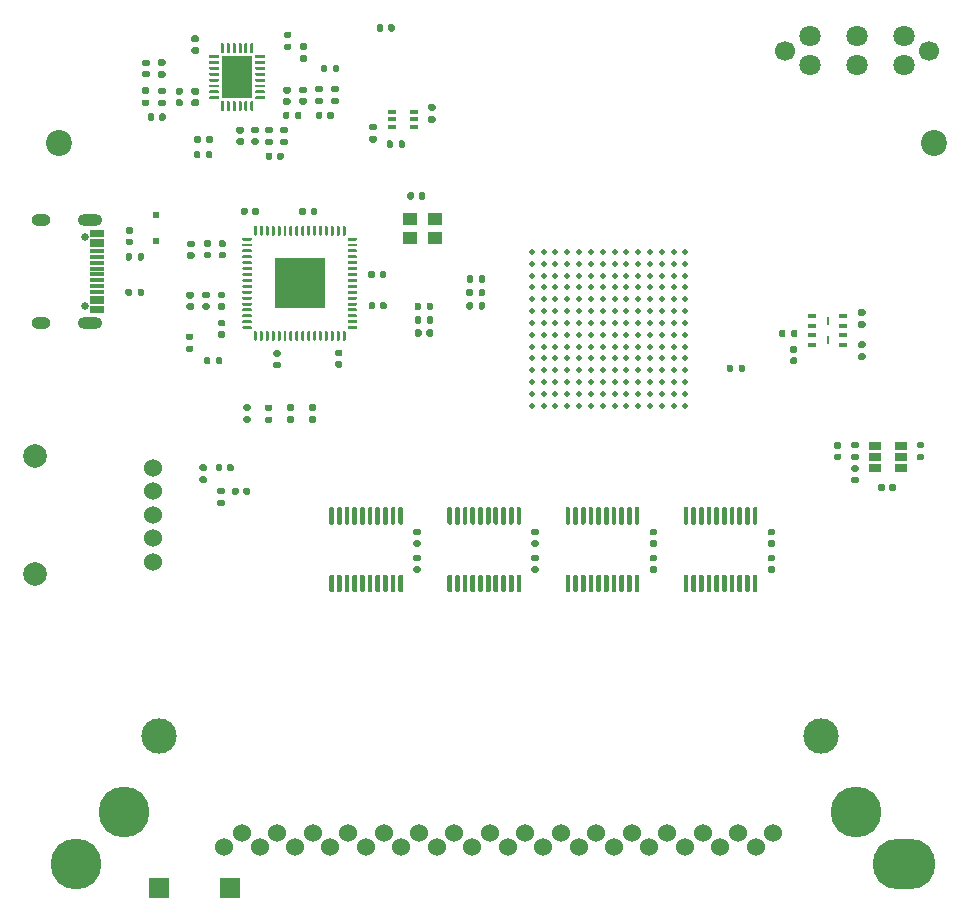
<source format=gbr>
%TF.GenerationSoftware,KiCad,Pcbnew,(5.1.10-1-10_14)*%
%TF.CreationDate,2021-07-06T16:47:45+02:00*%
%TF.ProjectId,gb-fpga,67622d66-7067-4612-9e6b-696361645f70,rev?*%
%TF.SameCoordinates,Original*%
%TF.FileFunction,Soldermask,Top*%
%TF.FilePolarity,Negative*%
%FSLAX46Y46*%
G04 Gerber Fmt 4.6, Leading zero omitted, Abs format (unit mm)*
G04 Created by KiCad (PCBNEW (5.1.10-1-10_14)) date 2021-07-06 16:47:45*
%MOMM*%
%LPD*%
G01*
G04 APERTURE LIST*
%ADD10C,2.000000*%
%ADD11C,1.524000*%
%ADD12C,1.800000*%
%ADD13C,1.700000*%
%ADD14R,0.200000X0.800000*%
%ADD15R,0.800000X0.300000*%
%ADD16C,4.300000*%
%ADD17C,3.000000*%
%ADD18O,5.300000X4.300000*%
%ADD19C,2.200000*%
%ADD20C,0.500000*%
%ADD21R,4.350000X4.350000*%
%ADD22O,2.100000X1.000000*%
%ADD23O,1.600000X1.000000*%
%ADD24C,0.650000*%
%ADD25R,1.150000X0.300000*%
%ADD26R,1.300000X1.100000*%
%ADD27R,2.650000X3.650000*%
%ADD28R,0.500000X0.500000*%
%ADD29R,1.700000X1.700000*%
%ADD30R,0.650000X0.400000*%
%ADD31R,1.060000X0.650000*%
G04 APERTURE END LIST*
D10*
%TO.C,RV1*%
X1500000Y39600000D03*
X1500000Y29600000D03*
D11*
X11500000Y38600000D03*
X11500000Y36600000D03*
X11500000Y34600000D03*
X11500000Y32600000D03*
X11500000Y30600000D03*
%TD*%
D12*
%TO.C,SW1*%
X75100000Y72650000D03*
X75100000Y75150000D03*
X71100000Y72650000D03*
X71100000Y75150000D03*
X67100000Y72650000D03*
X67100000Y75150000D03*
D13*
X77200000Y73900000D03*
X65000000Y73900000D03*
%TD*%
D14*
%TO.C,U2*%
X68610000Y51000000D03*
X68610000Y49400000D03*
D15*
X67310000Y49000000D03*
X67310000Y49800000D03*
X67310000Y50600000D03*
X67310000Y51400000D03*
X69910000Y51400000D03*
X69910000Y50600000D03*
X69910000Y49800000D03*
X69910000Y49000000D03*
%TD*%
D16*
%TO.C,J2*%
X71025000Y9400000D03*
X9025000Y9400000D03*
D17*
X68025000Y15900000D03*
X12025000Y15900000D03*
D11*
X64025000Y7700000D03*
X61025000Y7700000D03*
X58025000Y7700000D03*
X55025000Y7700000D03*
X52025000Y7700000D03*
X49025000Y7700000D03*
X46025000Y7700000D03*
X43025000Y7700000D03*
X40025000Y7700000D03*
X37025000Y7700000D03*
X34025000Y7700000D03*
X31025000Y7700000D03*
X28025000Y7700000D03*
X25025000Y7700000D03*
X22025000Y7700000D03*
X19025000Y7700000D03*
X62525000Y6500000D03*
X59525000Y6500000D03*
X56525000Y6500000D03*
X53525000Y6500000D03*
X50525000Y6500000D03*
X47525000Y6500000D03*
X44525000Y6500000D03*
X41525000Y6500000D03*
X38525000Y6500000D03*
X35525000Y6500000D03*
X32525000Y6500000D03*
X29525000Y6500000D03*
X26525000Y6500000D03*
X23525000Y6500000D03*
X20525000Y6500000D03*
X17525000Y6500000D03*
%TD*%
D16*
%TO.C,REF\u002A\u002A*%
X5000000Y5000000D03*
%TD*%
D18*
%TO.C,REF\u002A\u002A*%
X75100000Y5000000D03*
%TD*%
D19*
%TO.C,REF\u002A\u002A*%
X77600000Y66100000D03*
%TD*%
%TO.C,REF\u002A\u002A*%
X3500000Y66100000D03*
%TD*%
D20*
%TO.C,U1*%
X56575000Y56850000D03*
X56575000Y55850000D03*
X56575000Y54850000D03*
X56575000Y53850000D03*
X56575000Y52850000D03*
X56575000Y51850000D03*
X56575000Y50850000D03*
X56575000Y49850000D03*
X56575000Y48850000D03*
X56575000Y47850000D03*
X56575000Y46850000D03*
X56575000Y45850000D03*
X56575000Y44850000D03*
X56575000Y43850000D03*
X55575000Y56850000D03*
X55575000Y55850000D03*
X55575000Y54850000D03*
X55575000Y53850000D03*
X55575000Y52850000D03*
X55575000Y51850000D03*
X55575000Y50850000D03*
X55575000Y49850000D03*
X55575000Y48850000D03*
X55575000Y47850000D03*
X55575000Y46850000D03*
X55575000Y45850000D03*
X55575000Y44850000D03*
X55575000Y43850000D03*
X54575000Y56850000D03*
X54575000Y55850000D03*
X54575000Y54850000D03*
X54575000Y53850000D03*
X54575000Y52850000D03*
X54575000Y51850000D03*
X54575000Y50850000D03*
X54575000Y49850000D03*
X54575000Y48850000D03*
X54575000Y47850000D03*
X54575000Y46850000D03*
X54575000Y45850000D03*
X54575000Y44850000D03*
X54575000Y43850000D03*
X53575000Y56850000D03*
X53575000Y55850000D03*
X53575000Y54850000D03*
X53575000Y53850000D03*
X53575000Y52850000D03*
X53575000Y51850000D03*
X53575000Y50850000D03*
X53575000Y49850000D03*
X53575000Y48850000D03*
X53575000Y47850000D03*
X53575000Y46850000D03*
X53575000Y45850000D03*
X53575000Y44850000D03*
X53575000Y43850000D03*
X52575000Y56850000D03*
X52575000Y55850000D03*
X52575000Y54850000D03*
X52575000Y53850000D03*
X52575000Y52850000D03*
X52575000Y51850000D03*
X52575000Y50850000D03*
X52575000Y49850000D03*
X52575000Y48850000D03*
X52575000Y47850000D03*
X52575000Y46850000D03*
X52575000Y45850000D03*
X52575000Y44850000D03*
X52575000Y43850000D03*
X51575000Y56850000D03*
X51575000Y55850000D03*
X51575000Y54850000D03*
X51575000Y53850000D03*
X51575000Y52850000D03*
X51575000Y51850000D03*
X51575000Y50850000D03*
X51575000Y49850000D03*
X51575000Y48850000D03*
X51575000Y47850000D03*
X51575000Y46850000D03*
X51575000Y45850000D03*
X51575000Y44850000D03*
X51575000Y43850000D03*
X50575000Y56850000D03*
X50575000Y55850000D03*
X50575000Y54850000D03*
X50575000Y53850000D03*
X50575000Y52850000D03*
X50575000Y51850000D03*
X50575000Y50850000D03*
X50575000Y49850000D03*
X50575000Y48850000D03*
X50575000Y47850000D03*
X50575000Y46850000D03*
X50575000Y45850000D03*
X50575000Y44850000D03*
X50575000Y43850000D03*
X49575000Y56850000D03*
X49575000Y55850000D03*
X49575000Y54850000D03*
X49575000Y53850000D03*
X49575000Y52850000D03*
X49575000Y51850000D03*
X49575000Y50850000D03*
X49575000Y49850000D03*
X49575000Y48850000D03*
X49575000Y47850000D03*
X49575000Y46850000D03*
X49575000Y45850000D03*
X49575000Y44850000D03*
X49575000Y43850000D03*
X48575000Y56850000D03*
X48575000Y55850000D03*
X48575000Y54850000D03*
X48575000Y53850000D03*
X48575000Y52850000D03*
X48575000Y51850000D03*
X48575000Y50850000D03*
X48575000Y49850000D03*
X48575000Y48850000D03*
X48575000Y47850000D03*
X48575000Y46850000D03*
X48575000Y45850000D03*
X48575000Y44850000D03*
X48575000Y43850000D03*
X47575000Y56850000D03*
X47575000Y55850000D03*
X47575000Y54850000D03*
X47575000Y53850000D03*
X47575000Y52850000D03*
X47575000Y51850000D03*
X47575000Y50850000D03*
X47575000Y49850000D03*
X47575000Y48850000D03*
X47575000Y47850000D03*
X47575000Y46850000D03*
X47575000Y45850000D03*
X47575000Y44850000D03*
X47575000Y43850000D03*
X46575000Y56850000D03*
X46575000Y55850000D03*
X46575000Y54850000D03*
X46575000Y53850000D03*
X46575000Y52850000D03*
X46575000Y51850000D03*
X46575000Y50850000D03*
X46575000Y49850000D03*
X46575000Y48850000D03*
X46575000Y47850000D03*
X46575000Y46850000D03*
X46575000Y45850000D03*
X46575000Y44850000D03*
X46575000Y43850000D03*
X45575000Y56850000D03*
X45575000Y55850000D03*
X45575000Y54850000D03*
X45575000Y53850000D03*
X45575000Y52850000D03*
X45575000Y51850000D03*
X45575000Y50850000D03*
X45575000Y49850000D03*
X45575000Y48850000D03*
X45575000Y47850000D03*
X45575000Y46850000D03*
X45575000Y45850000D03*
X45575000Y44850000D03*
X45575000Y43850000D03*
X44575000Y56850000D03*
X44575000Y55850000D03*
X44575000Y54850000D03*
X44575000Y53850000D03*
X44575000Y52850000D03*
X44575000Y51850000D03*
X44575000Y50850000D03*
X44575000Y49850000D03*
X44575000Y48850000D03*
X44575000Y47850000D03*
X44575000Y46850000D03*
X44575000Y45850000D03*
X44575000Y44850000D03*
X44575000Y43850000D03*
X43575000Y56850000D03*
X43575000Y55850000D03*
X43575000Y54850000D03*
X43575000Y53850000D03*
X43575000Y52850000D03*
X43575000Y51850000D03*
X43575000Y50850000D03*
X43575000Y49850000D03*
X43575000Y48850000D03*
X43575000Y47850000D03*
X43575000Y46850000D03*
X43575000Y45850000D03*
X43575000Y44850000D03*
X43575000Y43850000D03*
%TD*%
%TO.C,U3*%
G36*
G01*
X19075000Y57882500D02*
X19075000Y58007500D01*
G75*
G02*
X19137500Y58070000I62500J0D01*
G01*
X19812500Y58070000D01*
G75*
G02*
X19875000Y58007500I0J-62500D01*
G01*
X19875000Y57882500D01*
G75*
G02*
X19812500Y57820000I-62500J0D01*
G01*
X19137500Y57820000D01*
G75*
G02*
X19075000Y57882500I0J62500D01*
G01*
G37*
G36*
G01*
X19075000Y57382500D02*
X19075000Y57507500D01*
G75*
G02*
X19137500Y57570000I62500J0D01*
G01*
X19812500Y57570000D01*
G75*
G02*
X19875000Y57507500I0J-62500D01*
G01*
X19875000Y57382500D01*
G75*
G02*
X19812500Y57320000I-62500J0D01*
G01*
X19137500Y57320000D01*
G75*
G02*
X19075000Y57382500I0J62500D01*
G01*
G37*
G36*
G01*
X19075000Y56882500D02*
X19075000Y57007500D01*
G75*
G02*
X19137500Y57070000I62500J0D01*
G01*
X19812500Y57070000D01*
G75*
G02*
X19875000Y57007500I0J-62500D01*
G01*
X19875000Y56882500D01*
G75*
G02*
X19812500Y56820000I-62500J0D01*
G01*
X19137500Y56820000D01*
G75*
G02*
X19075000Y56882500I0J62500D01*
G01*
G37*
G36*
G01*
X19075000Y56382500D02*
X19075000Y56507500D01*
G75*
G02*
X19137500Y56570000I62500J0D01*
G01*
X19812500Y56570000D01*
G75*
G02*
X19875000Y56507500I0J-62500D01*
G01*
X19875000Y56382500D01*
G75*
G02*
X19812500Y56320000I-62500J0D01*
G01*
X19137500Y56320000D01*
G75*
G02*
X19075000Y56382500I0J62500D01*
G01*
G37*
G36*
G01*
X19075000Y55882500D02*
X19075000Y56007500D01*
G75*
G02*
X19137500Y56070000I62500J0D01*
G01*
X19812500Y56070000D01*
G75*
G02*
X19875000Y56007500I0J-62500D01*
G01*
X19875000Y55882500D01*
G75*
G02*
X19812500Y55820000I-62500J0D01*
G01*
X19137500Y55820000D01*
G75*
G02*
X19075000Y55882500I0J62500D01*
G01*
G37*
G36*
G01*
X19075000Y55382500D02*
X19075000Y55507500D01*
G75*
G02*
X19137500Y55570000I62500J0D01*
G01*
X19812500Y55570000D01*
G75*
G02*
X19875000Y55507500I0J-62500D01*
G01*
X19875000Y55382500D01*
G75*
G02*
X19812500Y55320000I-62500J0D01*
G01*
X19137500Y55320000D01*
G75*
G02*
X19075000Y55382500I0J62500D01*
G01*
G37*
G36*
G01*
X19075000Y54882500D02*
X19075000Y55007500D01*
G75*
G02*
X19137500Y55070000I62500J0D01*
G01*
X19812500Y55070000D01*
G75*
G02*
X19875000Y55007500I0J-62500D01*
G01*
X19875000Y54882500D01*
G75*
G02*
X19812500Y54820000I-62500J0D01*
G01*
X19137500Y54820000D01*
G75*
G02*
X19075000Y54882500I0J62500D01*
G01*
G37*
G36*
G01*
X19075000Y54382500D02*
X19075000Y54507500D01*
G75*
G02*
X19137500Y54570000I62500J0D01*
G01*
X19812500Y54570000D01*
G75*
G02*
X19875000Y54507500I0J-62500D01*
G01*
X19875000Y54382500D01*
G75*
G02*
X19812500Y54320000I-62500J0D01*
G01*
X19137500Y54320000D01*
G75*
G02*
X19075000Y54382500I0J62500D01*
G01*
G37*
G36*
G01*
X19075000Y53882500D02*
X19075000Y54007500D01*
G75*
G02*
X19137500Y54070000I62500J0D01*
G01*
X19812500Y54070000D01*
G75*
G02*
X19875000Y54007500I0J-62500D01*
G01*
X19875000Y53882500D01*
G75*
G02*
X19812500Y53820000I-62500J0D01*
G01*
X19137500Y53820000D01*
G75*
G02*
X19075000Y53882500I0J62500D01*
G01*
G37*
G36*
G01*
X19075000Y53382500D02*
X19075000Y53507500D01*
G75*
G02*
X19137500Y53570000I62500J0D01*
G01*
X19812500Y53570000D01*
G75*
G02*
X19875000Y53507500I0J-62500D01*
G01*
X19875000Y53382500D01*
G75*
G02*
X19812500Y53320000I-62500J0D01*
G01*
X19137500Y53320000D01*
G75*
G02*
X19075000Y53382500I0J62500D01*
G01*
G37*
G36*
G01*
X19075000Y52882500D02*
X19075000Y53007500D01*
G75*
G02*
X19137500Y53070000I62500J0D01*
G01*
X19812500Y53070000D01*
G75*
G02*
X19875000Y53007500I0J-62500D01*
G01*
X19875000Y52882500D01*
G75*
G02*
X19812500Y52820000I-62500J0D01*
G01*
X19137500Y52820000D01*
G75*
G02*
X19075000Y52882500I0J62500D01*
G01*
G37*
G36*
G01*
X19075000Y52382500D02*
X19075000Y52507500D01*
G75*
G02*
X19137500Y52570000I62500J0D01*
G01*
X19812500Y52570000D01*
G75*
G02*
X19875000Y52507500I0J-62500D01*
G01*
X19875000Y52382500D01*
G75*
G02*
X19812500Y52320000I-62500J0D01*
G01*
X19137500Y52320000D01*
G75*
G02*
X19075000Y52382500I0J62500D01*
G01*
G37*
G36*
G01*
X19075000Y51882500D02*
X19075000Y52007500D01*
G75*
G02*
X19137500Y52070000I62500J0D01*
G01*
X19812500Y52070000D01*
G75*
G02*
X19875000Y52007500I0J-62500D01*
G01*
X19875000Y51882500D01*
G75*
G02*
X19812500Y51820000I-62500J0D01*
G01*
X19137500Y51820000D01*
G75*
G02*
X19075000Y51882500I0J62500D01*
G01*
G37*
G36*
G01*
X19075000Y51382500D02*
X19075000Y51507500D01*
G75*
G02*
X19137500Y51570000I62500J0D01*
G01*
X19812500Y51570000D01*
G75*
G02*
X19875000Y51507500I0J-62500D01*
G01*
X19875000Y51382500D01*
G75*
G02*
X19812500Y51320000I-62500J0D01*
G01*
X19137500Y51320000D01*
G75*
G02*
X19075000Y51382500I0J62500D01*
G01*
G37*
G36*
G01*
X19075000Y50882500D02*
X19075000Y51007500D01*
G75*
G02*
X19137500Y51070000I62500J0D01*
G01*
X19812500Y51070000D01*
G75*
G02*
X19875000Y51007500I0J-62500D01*
G01*
X19875000Y50882500D01*
G75*
G02*
X19812500Y50820000I-62500J0D01*
G01*
X19137500Y50820000D01*
G75*
G02*
X19075000Y50882500I0J62500D01*
G01*
G37*
G36*
G01*
X19075000Y50382500D02*
X19075000Y50507500D01*
G75*
G02*
X19137500Y50570000I62500J0D01*
G01*
X19812500Y50570000D01*
G75*
G02*
X19875000Y50507500I0J-62500D01*
G01*
X19875000Y50382500D01*
G75*
G02*
X19812500Y50320000I-62500J0D01*
G01*
X19137500Y50320000D01*
G75*
G02*
X19075000Y50382500I0J62500D01*
G01*
G37*
G36*
G01*
X20050000Y49407500D02*
X20050000Y50082500D01*
G75*
G02*
X20112500Y50145000I62500J0D01*
G01*
X20237500Y50145000D01*
G75*
G02*
X20300000Y50082500I0J-62500D01*
G01*
X20300000Y49407500D01*
G75*
G02*
X20237500Y49345000I-62500J0D01*
G01*
X20112500Y49345000D01*
G75*
G02*
X20050000Y49407500I0J62500D01*
G01*
G37*
G36*
G01*
X20550000Y49407500D02*
X20550000Y50082500D01*
G75*
G02*
X20612500Y50145000I62500J0D01*
G01*
X20737500Y50145000D01*
G75*
G02*
X20800000Y50082500I0J-62500D01*
G01*
X20800000Y49407500D01*
G75*
G02*
X20737500Y49345000I-62500J0D01*
G01*
X20612500Y49345000D01*
G75*
G02*
X20550000Y49407500I0J62500D01*
G01*
G37*
G36*
G01*
X21050000Y49407500D02*
X21050000Y50082500D01*
G75*
G02*
X21112500Y50145000I62500J0D01*
G01*
X21237500Y50145000D01*
G75*
G02*
X21300000Y50082500I0J-62500D01*
G01*
X21300000Y49407500D01*
G75*
G02*
X21237500Y49345000I-62500J0D01*
G01*
X21112500Y49345000D01*
G75*
G02*
X21050000Y49407500I0J62500D01*
G01*
G37*
G36*
G01*
X21550000Y49407500D02*
X21550000Y50082500D01*
G75*
G02*
X21612500Y50145000I62500J0D01*
G01*
X21737500Y50145000D01*
G75*
G02*
X21800000Y50082500I0J-62500D01*
G01*
X21800000Y49407500D01*
G75*
G02*
X21737500Y49345000I-62500J0D01*
G01*
X21612500Y49345000D01*
G75*
G02*
X21550000Y49407500I0J62500D01*
G01*
G37*
G36*
G01*
X22050000Y49407500D02*
X22050000Y50082500D01*
G75*
G02*
X22112500Y50145000I62500J0D01*
G01*
X22237500Y50145000D01*
G75*
G02*
X22300000Y50082500I0J-62500D01*
G01*
X22300000Y49407500D01*
G75*
G02*
X22237500Y49345000I-62500J0D01*
G01*
X22112500Y49345000D01*
G75*
G02*
X22050000Y49407500I0J62500D01*
G01*
G37*
G36*
G01*
X22550000Y49407500D02*
X22550000Y50082500D01*
G75*
G02*
X22612500Y50145000I62500J0D01*
G01*
X22737500Y50145000D01*
G75*
G02*
X22800000Y50082500I0J-62500D01*
G01*
X22800000Y49407500D01*
G75*
G02*
X22737500Y49345000I-62500J0D01*
G01*
X22612500Y49345000D01*
G75*
G02*
X22550000Y49407500I0J62500D01*
G01*
G37*
G36*
G01*
X23050000Y49407500D02*
X23050000Y50082500D01*
G75*
G02*
X23112500Y50145000I62500J0D01*
G01*
X23237500Y50145000D01*
G75*
G02*
X23300000Y50082500I0J-62500D01*
G01*
X23300000Y49407500D01*
G75*
G02*
X23237500Y49345000I-62500J0D01*
G01*
X23112500Y49345000D01*
G75*
G02*
X23050000Y49407500I0J62500D01*
G01*
G37*
G36*
G01*
X23550000Y49407500D02*
X23550000Y50082500D01*
G75*
G02*
X23612500Y50145000I62500J0D01*
G01*
X23737500Y50145000D01*
G75*
G02*
X23800000Y50082500I0J-62500D01*
G01*
X23800000Y49407500D01*
G75*
G02*
X23737500Y49345000I-62500J0D01*
G01*
X23612500Y49345000D01*
G75*
G02*
X23550000Y49407500I0J62500D01*
G01*
G37*
G36*
G01*
X24050000Y49407500D02*
X24050000Y50082500D01*
G75*
G02*
X24112500Y50145000I62500J0D01*
G01*
X24237500Y50145000D01*
G75*
G02*
X24300000Y50082500I0J-62500D01*
G01*
X24300000Y49407500D01*
G75*
G02*
X24237500Y49345000I-62500J0D01*
G01*
X24112500Y49345000D01*
G75*
G02*
X24050000Y49407500I0J62500D01*
G01*
G37*
G36*
G01*
X24550000Y49407500D02*
X24550000Y50082500D01*
G75*
G02*
X24612500Y50145000I62500J0D01*
G01*
X24737500Y50145000D01*
G75*
G02*
X24800000Y50082500I0J-62500D01*
G01*
X24800000Y49407500D01*
G75*
G02*
X24737500Y49345000I-62500J0D01*
G01*
X24612500Y49345000D01*
G75*
G02*
X24550000Y49407500I0J62500D01*
G01*
G37*
G36*
G01*
X25050000Y49407500D02*
X25050000Y50082500D01*
G75*
G02*
X25112500Y50145000I62500J0D01*
G01*
X25237500Y50145000D01*
G75*
G02*
X25300000Y50082500I0J-62500D01*
G01*
X25300000Y49407500D01*
G75*
G02*
X25237500Y49345000I-62500J0D01*
G01*
X25112500Y49345000D01*
G75*
G02*
X25050000Y49407500I0J62500D01*
G01*
G37*
G36*
G01*
X25550000Y49407500D02*
X25550000Y50082500D01*
G75*
G02*
X25612500Y50145000I62500J0D01*
G01*
X25737500Y50145000D01*
G75*
G02*
X25800000Y50082500I0J-62500D01*
G01*
X25800000Y49407500D01*
G75*
G02*
X25737500Y49345000I-62500J0D01*
G01*
X25612500Y49345000D01*
G75*
G02*
X25550000Y49407500I0J62500D01*
G01*
G37*
G36*
G01*
X26050000Y49407500D02*
X26050000Y50082500D01*
G75*
G02*
X26112500Y50145000I62500J0D01*
G01*
X26237500Y50145000D01*
G75*
G02*
X26300000Y50082500I0J-62500D01*
G01*
X26300000Y49407500D01*
G75*
G02*
X26237500Y49345000I-62500J0D01*
G01*
X26112500Y49345000D01*
G75*
G02*
X26050000Y49407500I0J62500D01*
G01*
G37*
G36*
G01*
X26550000Y49407500D02*
X26550000Y50082500D01*
G75*
G02*
X26612500Y50145000I62500J0D01*
G01*
X26737500Y50145000D01*
G75*
G02*
X26800000Y50082500I0J-62500D01*
G01*
X26800000Y49407500D01*
G75*
G02*
X26737500Y49345000I-62500J0D01*
G01*
X26612500Y49345000D01*
G75*
G02*
X26550000Y49407500I0J62500D01*
G01*
G37*
G36*
G01*
X27050000Y49407500D02*
X27050000Y50082500D01*
G75*
G02*
X27112500Y50145000I62500J0D01*
G01*
X27237500Y50145000D01*
G75*
G02*
X27300000Y50082500I0J-62500D01*
G01*
X27300000Y49407500D01*
G75*
G02*
X27237500Y49345000I-62500J0D01*
G01*
X27112500Y49345000D01*
G75*
G02*
X27050000Y49407500I0J62500D01*
G01*
G37*
G36*
G01*
X27550000Y49407500D02*
X27550000Y50082500D01*
G75*
G02*
X27612500Y50145000I62500J0D01*
G01*
X27737500Y50145000D01*
G75*
G02*
X27800000Y50082500I0J-62500D01*
G01*
X27800000Y49407500D01*
G75*
G02*
X27737500Y49345000I-62500J0D01*
G01*
X27612500Y49345000D01*
G75*
G02*
X27550000Y49407500I0J62500D01*
G01*
G37*
G36*
G01*
X27975000Y50382500D02*
X27975000Y50507500D01*
G75*
G02*
X28037500Y50570000I62500J0D01*
G01*
X28712500Y50570000D01*
G75*
G02*
X28775000Y50507500I0J-62500D01*
G01*
X28775000Y50382500D01*
G75*
G02*
X28712500Y50320000I-62500J0D01*
G01*
X28037500Y50320000D01*
G75*
G02*
X27975000Y50382500I0J62500D01*
G01*
G37*
G36*
G01*
X27975000Y50882500D02*
X27975000Y51007500D01*
G75*
G02*
X28037500Y51070000I62500J0D01*
G01*
X28712500Y51070000D01*
G75*
G02*
X28775000Y51007500I0J-62500D01*
G01*
X28775000Y50882500D01*
G75*
G02*
X28712500Y50820000I-62500J0D01*
G01*
X28037500Y50820000D01*
G75*
G02*
X27975000Y50882500I0J62500D01*
G01*
G37*
G36*
G01*
X27975000Y51382500D02*
X27975000Y51507500D01*
G75*
G02*
X28037500Y51570000I62500J0D01*
G01*
X28712500Y51570000D01*
G75*
G02*
X28775000Y51507500I0J-62500D01*
G01*
X28775000Y51382500D01*
G75*
G02*
X28712500Y51320000I-62500J0D01*
G01*
X28037500Y51320000D01*
G75*
G02*
X27975000Y51382500I0J62500D01*
G01*
G37*
G36*
G01*
X27975000Y51882500D02*
X27975000Y52007500D01*
G75*
G02*
X28037500Y52070000I62500J0D01*
G01*
X28712500Y52070000D01*
G75*
G02*
X28775000Y52007500I0J-62500D01*
G01*
X28775000Y51882500D01*
G75*
G02*
X28712500Y51820000I-62500J0D01*
G01*
X28037500Y51820000D01*
G75*
G02*
X27975000Y51882500I0J62500D01*
G01*
G37*
G36*
G01*
X27975000Y52382500D02*
X27975000Y52507500D01*
G75*
G02*
X28037500Y52570000I62500J0D01*
G01*
X28712500Y52570000D01*
G75*
G02*
X28775000Y52507500I0J-62500D01*
G01*
X28775000Y52382500D01*
G75*
G02*
X28712500Y52320000I-62500J0D01*
G01*
X28037500Y52320000D01*
G75*
G02*
X27975000Y52382500I0J62500D01*
G01*
G37*
G36*
G01*
X27975000Y52882500D02*
X27975000Y53007500D01*
G75*
G02*
X28037500Y53070000I62500J0D01*
G01*
X28712500Y53070000D01*
G75*
G02*
X28775000Y53007500I0J-62500D01*
G01*
X28775000Y52882500D01*
G75*
G02*
X28712500Y52820000I-62500J0D01*
G01*
X28037500Y52820000D01*
G75*
G02*
X27975000Y52882500I0J62500D01*
G01*
G37*
G36*
G01*
X27975000Y53382500D02*
X27975000Y53507500D01*
G75*
G02*
X28037500Y53570000I62500J0D01*
G01*
X28712500Y53570000D01*
G75*
G02*
X28775000Y53507500I0J-62500D01*
G01*
X28775000Y53382500D01*
G75*
G02*
X28712500Y53320000I-62500J0D01*
G01*
X28037500Y53320000D01*
G75*
G02*
X27975000Y53382500I0J62500D01*
G01*
G37*
G36*
G01*
X27975000Y53882500D02*
X27975000Y54007500D01*
G75*
G02*
X28037500Y54070000I62500J0D01*
G01*
X28712500Y54070000D01*
G75*
G02*
X28775000Y54007500I0J-62500D01*
G01*
X28775000Y53882500D01*
G75*
G02*
X28712500Y53820000I-62500J0D01*
G01*
X28037500Y53820000D01*
G75*
G02*
X27975000Y53882500I0J62500D01*
G01*
G37*
G36*
G01*
X27975000Y54382500D02*
X27975000Y54507500D01*
G75*
G02*
X28037500Y54570000I62500J0D01*
G01*
X28712500Y54570000D01*
G75*
G02*
X28775000Y54507500I0J-62500D01*
G01*
X28775000Y54382500D01*
G75*
G02*
X28712500Y54320000I-62500J0D01*
G01*
X28037500Y54320000D01*
G75*
G02*
X27975000Y54382500I0J62500D01*
G01*
G37*
G36*
G01*
X27975000Y54882500D02*
X27975000Y55007500D01*
G75*
G02*
X28037500Y55070000I62500J0D01*
G01*
X28712500Y55070000D01*
G75*
G02*
X28775000Y55007500I0J-62500D01*
G01*
X28775000Y54882500D01*
G75*
G02*
X28712500Y54820000I-62500J0D01*
G01*
X28037500Y54820000D01*
G75*
G02*
X27975000Y54882500I0J62500D01*
G01*
G37*
G36*
G01*
X27975000Y55382500D02*
X27975000Y55507500D01*
G75*
G02*
X28037500Y55570000I62500J0D01*
G01*
X28712500Y55570000D01*
G75*
G02*
X28775000Y55507500I0J-62500D01*
G01*
X28775000Y55382500D01*
G75*
G02*
X28712500Y55320000I-62500J0D01*
G01*
X28037500Y55320000D01*
G75*
G02*
X27975000Y55382500I0J62500D01*
G01*
G37*
G36*
G01*
X27975000Y55882500D02*
X27975000Y56007500D01*
G75*
G02*
X28037500Y56070000I62500J0D01*
G01*
X28712500Y56070000D01*
G75*
G02*
X28775000Y56007500I0J-62500D01*
G01*
X28775000Y55882500D01*
G75*
G02*
X28712500Y55820000I-62500J0D01*
G01*
X28037500Y55820000D01*
G75*
G02*
X27975000Y55882500I0J62500D01*
G01*
G37*
G36*
G01*
X27975000Y56382500D02*
X27975000Y56507500D01*
G75*
G02*
X28037500Y56570000I62500J0D01*
G01*
X28712500Y56570000D01*
G75*
G02*
X28775000Y56507500I0J-62500D01*
G01*
X28775000Y56382500D01*
G75*
G02*
X28712500Y56320000I-62500J0D01*
G01*
X28037500Y56320000D01*
G75*
G02*
X27975000Y56382500I0J62500D01*
G01*
G37*
G36*
G01*
X27975000Y56882500D02*
X27975000Y57007500D01*
G75*
G02*
X28037500Y57070000I62500J0D01*
G01*
X28712500Y57070000D01*
G75*
G02*
X28775000Y57007500I0J-62500D01*
G01*
X28775000Y56882500D01*
G75*
G02*
X28712500Y56820000I-62500J0D01*
G01*
X28037500Y56820000D01*
G75*
G02*
X27975000Y56882500I0J62500D01*
G01*
G37*
G36*
G01*
X27975000Y57382500D02*
X27975000Y57507500D01*
G75*
G02*
X28037500Y57570000I62500J0D01*
G01*
X28712500Y57570000D01*
G75*
G02*
X28775000Y57507500I0J-62500D01*
G01*
X28775000Y57382500D01*
G75*
G02*
X28712500Y57320000I-62500J0D01*
G01*
X28037500Y57320000D01*
G75*
G02*
X27975000Y57382500I0J62500D01*
G01*
G37*
G36*
G01*
X27975000Y57882500D02*
X27975000Y58007500D01*
G75*
G02*
X28037500Y58070000I62500J0D01*
G01*
X28712500Y58070000D01*
G75*
G02*
X28775000Y58007500I0J-62500D01*
G01*
X28775000Y57882500D01*
G75*
G02*
X28712500Y57820000I-62500J0D01*
G01*
X28037500Y57820000D01*
G75*
G02*
X27975000Y57882500I0J62500D01*
G01*
G37*
G36*
G01*
X27550000Y58307500D02*
X27550000Y58982500D01*
G75*
G02*
X27612500Y59045000I62500J0D01*
G01*
X27737500Y59045000D01*
G75*
G02*
X27800000Y58982500I0J-62500D01*
G01*
X27800000Y58307500D01*
G75*
G02*
X27737500Y58245000I-62500J0D01*
G01*
X27612500Y58245000D01*
G75*
G02*
X27550000Y58307500I0J62500D01*
G01*
G37*
G36*
G01*
X27050000Y58307500D02*
X27050000Y58982500D01*
G75*
G02*
X27112500Y59045000I62500J0D01*
G01*
X27237500Y59045000D01*
G75*
G02*
X27300000Y58982500I0J-62500D01*
G01*
X27300000Y58307500D01*
G75*
G02*
X27237500Y58245000I-62500J0D01*
G01*
X27112500Y58245000D01*
G75*
G02*
X27050000Y58307500I0J62500D01*
G01*
G37*
G36*
G01*
X26550000Y58307500D02*
X26550000Y58982500D01*
G75*
G02*
X26612500Y59045000I62500J0D01*
G01*
X26737500Y59045000D01*
G75*
G02*
X26800000Y58982500I0J-62500D01*
G01*
X26800000Y58307500D01*
G75*
G02*
X26737500Y58245000I-62500J0D01*
G01*
X26612500Y58245000D01*
G75*
G02*
X26550000Y58307500I0J62500D01*
G01*
G37*
G36*
G01*
X26050000Y58307500D02*
X26050000Y58982500D01*
G75*
G02*
X26112500Y59045000I62500J0D01*
G01*
X26237500Y59045000D01*
G75*
G02*
X26300000Y58982500I0J-62500D01*
G01*
X26300000Y58307500D01*
G75*
G02*
X26237500Y58245000I-62500J0D01*
G01*
X26112500Y58245000D01*
G75*
G02*
X26050000Y58307500I0J62500D01*
G01*
G37*
G36*
G01*
X25550000Y58307500D02*
X25550000Y58982500D01*
G75*
G02*
X25612500Y59045000I62500J0D01*
G01*
X25737500Y59045000D01*
G75*
G02*
X25800000Y58982500I0J-62500D01*
G01*
X25800000Y58307500D01*
G75*
G02*
X25737500Y58245000I-62500J0D01*
G01*
X25612500Y58245000D01*
G75*
G02*
X25550000Y58307500I0J62500D01*
G01*
G37*
G36*
G01*
X25050000Y58307500D02*
X25050000Y58982500D01*
G75*
G02*
X25112500Y59045000I62500J0D01*
G01*
X25237500Y59045000D01*
G75*
G02*
X25300000Y58982500I0J-62500D01*
G01*
X25300000Y58307500D01*
G75*
G02*
X25237500Y58245000I-62500J0D01*
G01*
X25112500Y58245000D01*
G75*
G02*
X25050000Y58307500I0J62500D01*
G01*
G37*
G36*
G01*
X24550000Y58307500D02*
X24550000Y58982500D01*
G75*
G02*
X24612500Y59045000I62500J0D01*
G01*
X24737500Y59045000D01*
G75*
G02*
X24800000Y58982500I0J-62500D01*
G01*
X24800000Y58307500D01*
G75*
G02*
X24737500Y58245000I-62500J0D01*
G01*
X24612500Y58245000D01*
G75*
G02*
X24550000Y58307500I0J62500D01*
G01*
G37*
G36*
G01*
X24050000Y58307500D02*
X24050000Y58982500D01*
G75*
G02*
X24112500Y59045000I62500J0D01*
G01*
X24237500Y59045000D01*
G75*
G02*
X24300000Y58982500I0J-62500D01*
G01*
X24300000Y58307500D01*
G75*
G02*
X24237500Y58245000I-62500J0D01*
G01*
X24112500Y58245000D01*
G75*
G02*
X24050000Y58307500I0J62500D01*
G01*
G37*
G36*
G01*
X23550000Y58307500D02*
X23550000Y58982500D01*
G75*
G02*
X23612500Y59045000I62500J0D01*
G01*
X23737500Y59045000D01*
G75*
G02*
X23800000Y58982500I0J-62500D01*
G01*
X23800000Y58307500D01*
G75*
G02*
X23737500Y58245000I-62500J0D01*
G01*
X23612500Y58245000D01*
G75*
G02*
X23550000Y58307500I0J62500D01*
G01*
G37*
G36*
G01*
X23050000Y58307500D02*
X23050000Y58982500D01*
G75*
G02*
X23112500Y59045000I62500J0D01*
G01*
X23237500Y59045000D01*
G75*
G02*
X23300000Y58982500I0J-62500D01*
G01*
X23300000Y58307500D01*
G75*
G02*
X23237500Y58245000I-62500J0D01*
G01*
X23112500Y58245000D01*
G75*
G02*
X23050000Y58307500I0J62500D01*
G01*
G37*
G36*
G01*
X22550000Y58307500D02*
X22550000Y58982500D01*
G75*
G02*
X22612500Y59045000I62500J0D01*
G01*
X22737500Y59045000D01*
G75*
G02*
X22800000Y58982500I0J-62500D01*
G01*
X22800000Y58307500D01*
G75*
G02*
X22737500Y58245000I-62500J0D01*
G01*
X22612500Y58245000D01*
G75*
G02*
X22550000Y58307500I0J62500D01*
G01*
G37*
G36*
G01*
X22050000Y58307500D02*
X22050000Y58982500D01*
G75*
G02*
X22112500Y59045000I62500J0D01*
G01*
X22237500Y59045000D01*
G75*
G02*
X22300000Y58982500I0J-62500D01*
G01*
X22300000Y58307500D01*
G75*
G02*
X22237500Y58245000I-62500J0D01*
G01*
X22112500Y58245000D01*
G75*
G02*
X22050000Y58307500I0J62500D01*
G01*
G37*
G36*
G01*
X21550000Y58307500D02*
X21550000Y58982500D01*
G75*
G02*
X21612500Y59045000I62500J0D01*
G01*
X21737500Y59045000D01*
G75*
G02*
X21800000Y58982500I0J-62500D01*
G01*
X21800000Y58307500D01*
G75*
G02*
X21737500Y58245000I-62500J0D01*
G01*
X21612500Y58245000D01*
G75*
G02*
X21550000Y58307500I0J62500D01*
G01*
G37*
G36*
G01*
X21050000Y58307500D02*
X21050000Y58982500D01*
G75*
G02*
X21112500Y59045000I62500J0D01*
G01*
X21237500Y59045000D01*
G75*
G02*
X21300000Y58982500I0J-62500D01*
G01*
X21300000Y58307500D01*
G75*
G02*
X21237500Y58245000I-62500J0D01*
G01*
X21112500Y58245000D01*
G75*
G02*
X21050000Y58307500I0J62500D01*
G01*
G37*
G36*
G01*
X20550000Y58307500D02*
X20550000Y58982500D01*
G75*
G02*
X20612500Y59045000I62500J0D01*
G01*
X20737500Y59045000D01*
G75*
G02*
X20800000Y58982500I0J-62500D01*
G01*
X20800000Y58307500D01*
G75*
G02*
X20737500Y58245000I-62500J0D01*
G01*
X20612500Y58245000D01*
G75*
G02*
X20550000Y58307500I0J62500D01*
G01*
G37*
G36*
G01*
X20050000Y58307500D02*
X20050000Y58982500D01*
G75*
G02*
X20112500Y59045000I62500J0D01*
G01*
X20237500Y59045000D01*
G75*
G02*
X20300000Y58982500I0J-62500D01*
G01*
X20300000Y58307500D01*
G75*
G02*
X20237500Y58245000I-62500J0D01*
G01*
X20112500Y58245000D01*
G75*
G02*
X20050000Y58307500I0J62500D01*
G01*
G37*
D21*
X23925000Y54195000D03*
%TD*%
D22*
%TO.C,J1*%
X6205000Y59520000D03*
X6205000Y50880000D03*
D23*
X2025000Y59520000D03*
X2025000Y50880000D03*
D24*
X5705000Y52310000D03*
X5705000Y58090000D03*
D25*
X6770000Y52150000D03*
X6770000Y52950000D03*
X6770000Y53450000D03*
X6770000Y53950000D03*
X6770000Y54450000D03*
X6770000Y54950000D03*
X6770000Y55450000D03*
X6770000Y55950000D03*
X6770000Y56450000D03*
X6770000Y56950000D03*
X6770000Y57750000D03*
X6770000Y58550000D03*
X6770000Y58250000D03*
X6770000Y57450000D03*
X6770000Y52650000D03*
X6770000Y51850000D03*
%TD*%
D26*
%TO.C,X1*%
X33275000Y58030000D03*
X35375000Y58030000D03*
X35375000Y59680000D03*
X33275000Y59680000D03*
%TD*%
%TO.C,U4*%
G36*
G01*
X16245001Y73342499D02*
X16245001Y73467499D01*
G75*
G02*
X16307501Y73529999I62500J0D01*
G01*
X17032501Y73529999D01*
G75*
G02*
X17095001Y73467499I0J-62500D01*
G01*
X17095001Y73342499D01*
G75*
G02*
X17032501Y73279999I-62500J0D01*
G01*
X16307501Y73279999D01*
G75*
G02*
X16245001Y73342499I0J62500D01*
G01*
G37*
G36*
G01*
X16245001Y72842499D02*
X16245001Y72967499D01*
G75*
G02*
X16307501Y73029999I62500J0D01*
G01*
X17032501Y73029999D01*
G75*
G02*
X17095001Y72967499I0J-62500D01*
G01*
X17095001Y72842499D01*
G75*
G02*
X17032501Y72779999I-62500J0D01*
G01*
X16307501Y72779999D01*
G75*
G02*
X16245001Y72842499I0J62500D01*
G01*
G37*
G36*
G01*
X16245001Y72342499D02*
X16245001Y72467499D01*
G75*
G02*
X16307501Y72529999I62500J0D01*
G01*
X17032501Y72529999D01*
G75*
G02*
X17095001Y72467499I0J-62500D01*
G01*
X17095001Y72342499D01*
G75*
G02*
X17032501Y72279999I-62500J0D01*
G01*
X16307501Y72279999D01*
G75*
G02*
X16245001Y72342499I0J62500D01*
G01*
G37*
G36*
G01*
X16245001Y71842499D02*
X16245001Y71967499D01*
G75*
G02*
X16307501Y72029999I62500J0D01*
G01*
X17032501Y72029999D01*
G75*
G02*
X17095001Y71967499I0J-62500D01*
G01*
X17095001Y71842499D01*
G75*
G02*
X17032501Y71779999I-62500J0D01*
G01*
X16307501Y71779999D01*
G75*
G02*
X16245001Y71842499I0J62500D01*
G01*
G37*
G36*
G01*
X16245001Y71342499D02*
X16245001Y71467499D01*
G75*
G02*
X16307501Y71529999I62500J0D01*
G01*
X17032501Y71529999D01*
G75*
G02*
X17095001Y71467499I0J-62500D01*
G01*
X17095001Y71342499D01*
G75*
G02*
X17032501Y71279999I-62500J0D01*
G01*
X16307501Y71279999D01*
G75*
G02*
X16245001Y71342499I0J62500D01*
G01*
G37*
G36*
G01*
X16245001Y70842499D02*
X16245001Y70967499D01*
G75*
G02*
X16307501Y71029999I62500J0D01*
G01*
X17032501Y71029999D01*
G75*
G02*
X17095001Y70967499I0J-62500D01*
G01*
X17095001Y70842499D01*
G75*
G02*
X17032501Y70779999I-62500J0D01*
G01*
X16307501Y70779999D01*
G75*
G02*
X16245001Y70842499I0J62500D01*
G01*
G37*
G36*
G01*
X16245001Y70342499D02*
X16245001Y70467499D01*
G75*
G02*
X16307501Y70529999I62500J0D01*
G01*
X17032501Y70529999D01*
G75*
G02*
X17095001Y70467499I0J-62500D01*
G01*
X17095001Y70342499D01*
G75*
G02*
X17032501Y70279999I-62500J0D01*
G01*
X16307501Y70279999D01*
G75*
G02*
X16245001Y70342499I0J62500D01*
G01*
G37*
G36*
G01*
X16245001Y69842499D02*
X16245001Y69967499D01*
G75*
G02*
X16307501Y70029999I62500J0D01*
G01*
X17032501Y70029999D01*
G75*
G02*
X17095001Y69967499I0J-62500D01*
G01*
X17095001Y69842499D01*
G75*
G02*
X17032501Y69779999I-62500J0D01*
G01*
X16307501Y69779999D01*
G75*
G02*
X16245001Y69842499I0J62500D01*
G01*
G37*
G36*
G01*
X17245001Y68842499D02*
X17245001Y69567499D01*
G75*
G02*
X17307501Y69629999I62500J0D01*
G01*
X17432501Y69629999D01*
G75*
G02*
X17495001Y69567499I0J-62500D01*
G01*
X17495001Y68842499D01*
G75*
G02*
X17432501Y68779999I-62500J0D01*
G01*
X17307501Y68779999D01*
G75*
G02*
X17245001Y68842499I0J62500D01*
G01*
G37*
G36*
G01*
X17745001Y68842499D02*
X17745001Y69567499D01*
G75*
G02*
X17807501Y69629999I62500J0D01*
G01*
X17932501Y69629999D01*
G75*
G02*
X17995001Y69567499I0J-62500D01*
G01*
X17995001Y68842499D01*
G75*
G02*
X17932501Y68779999I-62500J0D01*
G01*
X17807501Y68779999D01*
G75*
G02*
X17745001Y68842499I0J62500D01*
G01*
G37*
G36*
G01*
X18245001Y68842499D02*
X18245001Y69567499D01*
G75*
G02*
X18307501Y69629999I62500J0D01*
G01*
X18432501Y69629999D01*
G75*
G02*
X18495001Y69567499I0J-62500D01*
G01*
X18495001Y68842499D01*
G75*
G02*
X18432501Y68779999I-62500J0D01*
G01*
X18307501Y68779999D01*
G75*
G02*
X18245001Y68842499I0J62500D01*
G01*
G37*
G36*
G01*
X18745001Y68842499D02*
X18745001Y69567499D01*
G75*
G02*
X18807501Y69629999I62500J0D01*
G01*
X18932501Y69629999D01*
G75*
G02*
X18995001Y69567499I0J-62500D01*
G01*
X18995001Y68842499D01*
G75*
G02*
X18932501Y68779999I-62500J0D01*
G01*
X18807501Y68779999D01*
G75*
G02*
X18745001Y68842499I0J62500D01*
G01*
G37*
G36*
G01*
X19245001Y68842499D02*
X19245001Y69567499D01*
G75*
G02*
X19307501Y69629999I62500J0D01*
G01*
X19432501Y69629999D01*
G75*
G02*
X19495001Y69567499I0J-62500D01*
G01*
X19495001Y68842499D01*
G75*
G02*
X19432501Y68779999I-62500J0D01*
G01*
X19307501Y68779999D01*
G75*
G02*
X19245001Y68842499I0J62500D01*
G01*
G37*
G36*
G01*
X19745001Y68842499D02*
X19745001Y69567499D01*
G75*
G02*
X19807501Y69629999I62500J0D01*
G01*
X19932501Y69629999D01*
G75*
G02*
X19995001Y69567499I0J-62500D01*
G01*
X19995001Y68842499D01*
G75*
G02*
X19932501Y68779999I-62500J0D01*
G01*
X19807501Y68779999D01*
G75*
G02*
X19745001Y68842499I0J62500D01*
G01*
G37*
G36*
G01*
X20145001Y69842499D02*
X20145001Y69967499D01*
G75*
G02*
X20207501Y70029999I62500J0D01*
G01*
X20932501Y70029999D01*
G75*
G02*
X20995001Y69967499I0J-62500D01*
G01*
X20995001Y69842499D01*
G75*
G02*
X20932501Y69779999I-62500J0D01*
G01*
X20207501Y69779999D01*
G75*
G02*
X20145001Y69842499I0J62500D01*
G01*
G37*
G36*
G01*
X20145001Y70342499D02*
X20145001Y70467499D01*
G75*
G02*
X20207501Y70529999I62500J0D01*
G01*
X20932501Y70529999D01*
G75*
G02*
X20995001Y70467499I0J-62500D01*
G01*
X20995001Y70342499D01*
G75*
G02*
X20932501Y70279999I-62500J0D01*
G01*
X20207501Y70279999D01*
G75*
G02*
X20145001Y70342499I0J62500D01*
G01*
G37*
G36*
G01*
X20145001Y70842499D02*
X20145001Y70967499D01*
G75*
G02*
X20207501Y71029999I62500J0D01*
G01*
X20932501Y71029999D01*
G75*
G02*
X20995001Y70967499I0J-62500D01*
G01*
X20995001Y70842499D01*
G75*
G02*
X20932501Y70779999I-62500J0D01*
G01*
X20207501Y70779999D01*
G75*
G02*
X20145001Y70842499I0J62500D01*
G01*
G37*
G36*
G01*
X20145001Y71342499D02*
X20145001Y71467499D01*
G75*
G02*
X20207501Y71529999I62500J0D01*
G01*
X20932501Y71529999D01*
G75*
G02*
X20995001Y71467499I0J-62500D01*
G01*
X20995001Y71342499D01*
G75*
G02*
X20932501Y71279999I-62500J0D01*
G01*
X20207501Y71279999D01*
G75*
G02*
X20145001Y71342499I0J62500D01*
G01*
G37*
G36*
G01*
X20145001Y71842499D02*
X20145001Y71967499D01*
G75*
G02*
X20207501Y72029999I62500J0D01*
G01*
X20932501Y72029999D01*
G75*
G02*
X20995001Y71967499I0J-62500D01*
G01*
X20995001Y71842499D01*
G75*
G02*
X20932501Y71779999I-62500J0D01*
G01*
X20207501Y71779999D01*
G75*
G02*
X20145001Y71842499I0J62500D01*
G01*
G37*
G36*
G01*
X20145001Y72342499D02*
X20145001Y72467499D01*
G75*
G02*
X20207501Y72529999I62500J0D01*
G01*
X20932501Y72529999D01*
G75*
G02*
X20995001Y72467499I0J-62500D01*
G01*
X20995001Y72342499D01*
G75*
G02*
X20932501Y72279999I-62500J0D01*
G01*
X20207501Y72279999D01*
G75*
G02*
X20145001Y72342499I0J62500D01*
G01*
G37*
G36*
G01*
X20145001Y72842499D02*
X20145001Y72967499D01*
G75*
G02*
X20207501Y73029999I62500J0D01*
G01*
X20932501Y73029999D01*
G75*
G02*
X20995001Y72967499I0J-62500D01*
G01*
X20995001Y72842499D01*
G75*
G02*
X20932501Y72779999I-62500J0D01*
G01*
X20207501Y72779999D01*
G75*
G02*
X20145001Y72842499I0J62500D01*
G01*
G37*
G36*
G01*
X20145001Y73342499D02*
X20145001Y73467499D01*
G75*
G02*
X20207501Y73529999I62500J0D01*
G01*
X20932501Y73529999D01*
G75*
G02*
X20995001Y73467499I0J-62500D01*
G01*
X20995001Y73342499D01*
G75*
G02*
X20932501Y73279999I-62500J0D01*
G01*
X20207501Y73279999D01*
G75*
G02*
X20145001Y73342499I0J62500D01*
G01*
G37*
G36*
G01*
X19745001Y73742499D02*
X19745001Y74467499D01*
G75*
G02*
X19807501Y74529999I62500J0D01*
G01*
X19932501Y74529999D01*
G75*
G02*
X19995001Y74467499I0J-62500D01*
G01*
X19995001Y73742499D01*
G75*
G02*
X19932501Y73679999I-62500J0D01*
G01*
X19807501Y73679999D01*
G75*
G02*
X19745001Y73742499I0J62500D01*
G01*
G37*
G36*
G01*
X19245001Y73742499D02*
X19245001Y74467499D01*
G75*
G02*
X19307501Y74529999I62500J0D01*
G01*
X19432501Y74529999D01*
G75*
G02*
X19495001Y74467499I0J-62500D01*
G01*
X19495001Y73742499D01*
G75*
G02*
X19432501Y73679999I-62500J0D01*
G01*
X19307501Y73679999D01*
G75*
G02*
X19245001Y73742499I0J62500D01*
G01*
G37*
G36*
G01*
X18745001Y73742499D02*
X18745001Y74467499D01*
G75*
G02*
X18807501Y74529999I62500J0D01*
G01*
X18932501Y74529999D01*
G75*
G02*
X18995001Y74467499I0J-62500D01*
G01*
X18995001Y73742499D01*
G75*
G02*
X18932501Y73679999I-62500J0D01*
G01*
X18807501Y73679999D01*
G75*
G02*
X18745001Y73742499I0J62500D01*
G01*
G37*
G36*
G01*
X18245001Y73742499D02*
X18245001Y74467499D01*
G75*
G02*
X18307501Y74529999I62500J0D01*
G01*
X18432501Y74529999D01*
G75*
G02*
X18495001Y74467499I0J-62500D01*
G01*
X18495001Y73742499D01*
G75*
G02*
X18432501Y73679999I-62500J0D01*
G01*
X18307501Y73679999D01*
G75*
G02*
X18245001Y73742499I0J62500D01*
G01*
G37*
G36*
G01*
X17745001Y73742499D02*
X17745001Y74467499D01*
G75*
G02*
X17807501Y74529999I62500J0D01*
G01*
X17932501Y74529999D01*
G75*
G02*
X17995001Y74467499I0J-62500D01*
G01*
X17995001Y73742499D01*
G75*
G02*
X17932501Y73679999I-62500J0D01*
G01*
X17807501Y73679999D01*
G75*
G02*
X17745001Y73742499I0J62500D01*
G01*
G37*
G36*
G01*
X17245001Y73742499D02*
X17245001Y74467499D01*
G75*
G02*
X17307501Y74529999I62500J0D01*
G01*
X17432501Y74529999D01*
G75*
G02*
X17495001Y74467499I0J-62500D01*
G01*
X17495001Y73742499D01*
G75*
G02*
X17432501Y73679999I-62500J0D01*
G01*
X17307501Y73679999D01*
G75*
G02*
X17245001Y73742499I0J62500D01*
G01*
G37*
D27*
X18620001Y71654999D03*
%TD*%
D28*
%TO.C,D2*%
X11770000Y59950000D03*
X11770000Y57750000D03*
%TD*%
D29*
%TO.C,J3*%
X18000000Y3000000D03*
%TD*%
%TO.C,J4*%
X12000000Y3000000D03*
%TD*%
D30*
%TO.C,Q1*%
X31725000Y68725000D03*
X31725000Y67425000D03*
X33625000Y68075000D03*
X31725000Y68075000D03*
X33625000Y67425000D03*
X33625000Y68725000D03*
%TD*%
%TO.C,C1*%
G36*
G01*
X65565000Y48885000D02*
X65905000Y48885000D01*
G75*
G02*
X66045000Y48745000I0J-140000D01*
G01*
X66045000Y48465000D01*
G75*
G02*
X65905000Y48325000I-140000J0D01*
G01*
X65565000Y48325000D01*
G75*
G02*
X65425000Y48465000I0J140000D01*
G01*
X65425000Y48745000D01*
G75*
G02*
X65565000Y48885000I140000J0D01*
G01*
G37*
G36*
G01*
X65565000Y47925000D02*
X65905000Y47925000D01*
G75*
G02*
X66045000Y47785000I0J-140000D01*
G01*
X66045000Y47505000D01*
G75*
G02*
X65905000Y47365000I-140000J0D01*
G01*
X65565000Y47365000D01*
G75*
G02*
X65425000Y47505000I0J140000D01*
G01*
X65425000Y47785000D01*
G75*
G02*
X65565000Y47925000I140000J0D01*
G01*
G37*
%TD*%
%TO.C,C2*%
G36*
G01*
X33990000Y61430000D02*
X33990000Y61770000D01*
G75*
G02*
X34130000Y61910000I140000J0D01*
G01*
X34410000Y61910000D01*
G75*
G02*
X34550000Y61770000I0J-140000D01*
G01*
X34550000Y61430000D01*
G75*
G02*
X34410000Y61290000I-140000J0D01*
G01*
X34130000Y61290000D01*
G75*
G02*
X33990000Y61430000I0J140000D01*
G01*
G37*
G36*
G01*
X33030000Y61430000D02*
X33030000Y61770000D01*
G75*
G02*
X33170000Y61910000I140000J0D01*
G01*
X33450000Y61910000D01*
G75*
G02*
X33590000Y61770000I0J-140000D01*
G01*
X33590000Y61430000D01*
G75*
G02*
X33450000Y61290000I-140000J0D01*
G01*
X33170000Y61290000D01*
G75*
G02*
X33030000Y61430000I0J140000D01*
G01*
G37*
%TD*%
%TO.C,C3*%
G36*
G01*
X10725000Y72190000D02*
X11065000Y72190000D01*
G75*
G02*
X11205000Y72050000I0J-140000D01*
G01*
X11205000Y71770000D01*
G75*
G02*
X11065000Y71630000I-140000J0D01*
G01*
X10725000Y71630000D01*
G75*
G02*
X10585000Y71770000I0J140000D01*
G01*
X10585000Y72050000D01*
G75*
G02*
X10725000Y72190000I140000J0D01*
G01*
G37*
G36*
G01*
X10725000Y73150000D02*
X11065000Y73150000D01*
G75*
G02*
X11205000Y73010000I0J-140000D01*
G01*
X11205000Y72730000D01*
G75*
G02*
X11065000Y72590000I-140000J0D01*
G01*
X10725000Y72590000D01*
G75*
G02*
X10585000Y72730000I0J140000D01*
G01*
X10585000Y73010000D01*
G75*
G02*
X10725000Y73150000I140000J0D01*
G01*
G37*
%TD*%
%TO.C,C4*%
G36*
G01*
X24375000Y69340000D02*
X24035000Y69340000D01*
G75*
G02*
X23895000Y69480000I0J140000D01*
G01*
X23895000Y69760000D01*
G75*
G02*
X24035000Y69900000I140000J0D01*
G01*
X24375000Y69900000D01*
G75*
G02*
X24515000Y69760000I0J-140000D01*
G01*
X24515000Y69480000D01*
G75*
G02*
X24375000Y69340000I-140000J0D01*
G01*
G37*
G36*
G01*
X24375000Y70300000D02*
X24035000Y70300000D01*
G75*
G02*
X23895000Y70440000I0J140000D01*
G01*
X23895000Y70720000D01*
G75*
G02*
X24035000Y70860000I140000J0D01*
G01*
X24375000Y70860000D01*
G75*
G02*
X24515000Y70720000I0J-140000D01*
G01*
X24515000Y70440000D01*
G75*
G02*
X24375000Y70300000I-140000J0D01*
G01*
G37*
%TD*%
%TO.C,C5*%
G36*
G01*
X26240000Y68255000D02*
X26240000Y68595000D01*
G75*
G02*
X26380000Y68735000I140000J0D01*
G01*
X26660000Y68735000D01*
G75*
G02*
X26800000Y68595000I0J-140000D01*
G01*
X26800000Y68255000D01*
G75*
G02*
X26660000Y68115000I-140000J0D01*
G01*
X26380000Y68115000D01*
G75*
G02*
X26240000Y68255000I0J140000D01*
G01*
G37*
G36*
G01*
X25280000Y68255000D02*
X25280000Y68595000D01*
G75*
G02*
X25420000Y68735000I140000J0D01*
G01*
X25700000Y68735000D01*
G75*
G02*
X25840000Y68595000I0J-140000D01*
G01*
X25840000Y68255000D01*
G75*
G02*
X25700000Y68115000I-140000J0D01*
G01*
X25420000Y68115000D01*
G75*
G02*
X25280000Y68255000I0J140000D01*
G01*
G37*
%TD*%
%TO.C,C6*%
G36*
G01*
X13895000Y69215000D02*
X13555000Y69215000D01*
G75*
G02*
X13415000Y69355000I0J140000D01*
G01*
X13415000Y69635000D01*
G75*
G02*
X13555000Y69775000I140000J0D01*
G01*
X13895000Y69775000D01*
G75*
G02*
X14035000Y69635000I0J-140000D01*
G01*
X14035000Y69355000D01*
G75*
G02*
X13895000Y69215000I-140000J0D01*
G01*
G37*
G36*
G01*
X13895000Y70175000D02*
X13555000Y70175000D01*
G75*
G02*
X13415000Y70315000I0J140000D01*
G01*
X13415000Y70595000D01*
G75*
G02*
X13555000Y70735000I140000J0D01*
G01*
X13895000Y70735000D01*
G75*
G02*
X14035000Y70595000I0J-140000D01*
G01*
X14035000Y70315000D01*
G75*
G02*
X13895000Y70175000I-140000J0D01*
G01*
G37*
%TD*%
%TO.C,C7*%
G36*
G01*
X11600000Y68445000D02*
X11600000Y68105000D01*
G75*
G02*
X11460000Y67965000I-140000J0D01*
G01*
X11180000Y67965000D01*
G75*
G02*
X11040000Y68105000I0J140000D01*
G01*
X11040000Y68445000D01*
G75*
G02*
X11180000Y68585000I140000J0D01*
G01*
X11460000Y68585000D01*
G75*
G02*
X11600000Y68445000I0J-140000D01*
G01*
G37*
G36*
G01*
X12560000Y68445000D02*
X12560000Y68105000D01*
G75*
G02*
X12420000Y67965000I-140000J0D01*
G01*
X12140000Y67965000D01*
G75*
G02*
X12000000Y68105000I0J140000D01*
G01*
X12000000Y68445000D01*
G75*
G02*
X12140000Y68585000I140000J0D01*
G01*
X12420000Y68585000D01*
G75*
G02*
X12560000Y68445000I0J-140000D01*
G01*
G37*
%TD*%
%TO.C,C8*%
G36*
G01*
X20295000Y66885000D02*
X19955000Y66885000D01*
G75*
G02*
X19815000Y67025000I0J140000D01*
G01*
X19815000Y67305000D01*
G75*
G02*
X19955000Y67445000I140000J0D01*
G01*
X20295000Y67445000D01*
G75*
G02*
X20435000Y67305000I0J-140000D01*
G01*
X20435000Y67025000D01*
G75*
G02*
X20295000Y66885000I-140000J0D01*
G01*
G37*
G36*
G01*
X20295000Y65925000D02*
X19955000Y65925000D01*
G75*
G02*
X19815000Y66065000I0J140000D01*
G01*
X19815000Y66345000D01*
G75*
G02*
X19955000Y66485000I140000J0D01*
G01*
X20295000Y66485000D01*
G75*
G02*
X20435000Y66345000I0J-140000D01*
G01*
X20435000Y66065000D01*
G75*
G02*
X20295000Y65925000I-140000J0D01*
G01*
G37*
%TD*%
%TO.C,C9*%
G36*
G01*
X21040000Y64790000D02*
X21040000Y65130000D01*
G75*
G02*
X21180000Y65270000I140000J0D01*
G01*
X21460000Y65270000D01*
G75*
G02*
X21600000Y65130000I0J-140000D01*
G01*
X21600000Y64790000D01*
G75*
G02*
X21460000Y64650000I-140000J0D01*
G01*
X21180000Y64650000D01*
G75*
G02*
X21040000Y64790000I0J140000D01*
G01*
G37*
G36*
G01*
X22000000Y64790000D02*
X22000000Y65130000D01*
G75*
G02*
X22140000Y65270000I140000J0D01*
G01*
X22420000Y65270000D01*
G75*
G02*
X22560000Y65130000I0J-140000D01*
G01*
X22560000Y64790000D01*
G75*
G02*
X22420000Y64650000I-140000J0D01*
G01*
X22140000Y64650000D01*
G75*
G02*
X22000000Y64790000I0J140000D01*
G01*
G37*
%TD*%
%TO.C,C10*%
G36*
G01*
X9660000Y57430000D02*
X9320000Y57430000D01*
G75*
G02*
X9180000Y57570000I0J140000D01*
G01*
X9180000Y57850000D01*
G75*
G02*
X9320000Y57990000I140000J0D01*
G01*
X9660000Y57990000D01*
G75*
G02*
X9800000Y57850000I0J-140000D01*
G01*
X9800000Y57570000D01*
G75*
G02*
X9660000Y57430000I-140000J0D01*
G01*
G37*
G36*
G01*
X9660000Y58390000D02*
X9320000Y58390000D01*
G75*
G02*
X9180000Y58530000I0J140000D01*
G01*
X9180000Y58810000D01*
G75*
G02*
X9320000Y58950000I140000J0D01*
G01*
X9660000Y58950000D01*
G75*
G02*
X9800000Y58810000I0J-140000D01*
G01*
X9800000Y58530000D01*
G75*
G02*
X9660000Y58390000I-140000J0D01*
G01*
G37*
%TD*%
%TO.C,C11*%
G36*
G01*
X30990000Y76000000D02*
X30990000Y75660000D01*
G75*
G02*
X30850000Y75520000I-140000J0D01*
G01*
X30570000Y75520000D01*
G75*
G02*
X30430000Y75660000I0J140000D01*
G01*
X30430000Y76000000D01*
G75*
G02*
X30570000Y76140000I140000J0D01*
G01*
X30850000Y76140000D01*
G75*
G02*
X30990000Y76000000I0J-140000D01*
G01*
G37*
G36*
G01*
X31950000Y76000000D02*
X31950000Y75660000D01*
G75*
G02*
X31810000Y75520000I-140000J0D01*
G01*
X31530000Y75520000D01*
G75*
G02*
X31390000Y75660000I0J140000D01*
G01*
X31390000Y76000000D01*
G75*
G02*
X31530000Y76140000I140000J0D01*
G01*
X31810000Y76140000D01*
G75*
G02*
X31950000Y76000000I0J-140000D01*
G01*
G37*
%TD*%
%TO.C,D1*%
G36*
G01*
X35235000Y50162500D02*
X35235000Y49817500D01*
G75*
G02*
X35087500Y49670000I-147500J0D01*
G01*
X34792500Y49670000D01*
G75*
G02*
X34645000Y49817500I0J147500D01*
G01*
X34645000Y50162500D01*
G75*
G02*
X34792500Y50310000I147500J0D01*
G01*
X35087500Y50310000D01*
G75*
G02*
X35235000Y50162500I0J-147500D01*
G01*
G37*
G36*
G01*
X34265000Y50162500D02*
X34265000Y49817500D01*
G75*
G02*
X34117500Y49670000I-147500J0D01*
G01*
X33822500Y49670000D01*
G75*
G02*
X33675000Y49817500I0J147500D01*
G01*
X33675000Y50162500D01*
G75*
G02*
X33822500Y50310000I147500J0D01*
G01*
X34117500Y50310000D01*
G75*
G02*
X34265000Y50162500I0J-147500D01*
G01*
G37*
%TD*%
%TO.C,L1*%
G36*
G01*
X22657500Y70855000D02*
X23002500Y70855000D01*
G75*
G02*
X23150000Y70707500I0J-147500D01*
G01*
X23150000Y70412500D01*
G75*
G02*
X23002500Y70265000I-147500J0D01*
G01*
X22657500Y70265000D01*
G75*
G02*
X22510000Y70412500I0J147500D01*
G01*
X22510000Y70707500D01*
G75*
G02*
X22657500Y70855000I147500J0D01*
G01*
G37*
G36*
G01*
X22657500Y69885000D02*
X23002500Y69885000D01*
G75*
G02*
X23150000Y69737500I0J-147500D01*
G01*
X23150000Y69442500D01*
G75*
G02*
X23002500Y69295000I-147500J0D01*
G01*
X22657500Y69295000D01*
G75*
G02*
X22510000Y69442500I0J147500D01*
G01*
X22510000Y69737500D01*
G75*
G02*
X22657500Y69885000I147500J0D01*
G01*
G37*
%TD*%
%TO.C,L2*%
G36*
G01*
X14902500Y69785000D02*
X15247500Y69785000D01*
G75*
G02*
X15395000Y69637500I0J-147500D01*
G01*
X15395000Y69342500D01*
G75*
G02*
X15247500Y69195000I-147500J0D01*
G01*
X14902500Y69195000D01*
G75*
G02*
X14755000Y69342500I0J147500D01*
G01*
X14755000Y69637500D01*
G75*
G02*
X14902500Y69785000I147500J0D01*
G01*
G37*
G36*
G01*
X14902500Y70755000D02*
X15247500Y70755000D01*
G75*
G02*
X15395000Y70607500I0J-147500D01*
G01*
X15395000Y70312500D01*
G75*
G02*
X15247500Y70165000I-147500J0D01*
G01*
X14902500Y70165000D01*
G75*
G02*
X14755000Y70312500I0J147500D01*
G01*
X14755000Y70607500D01*
G75*
G02*
X14902500Y70755000I147500J0D01*
G01*
G37*
%TD*%
%TO.C,L3*%
G36*
G01*
X18702500Y66495000D02*
X19047500Y66495000D01*
G75*
G02*
X19195000Y66347500I0J-147500D01*
G01*
X19195000Y66052500D01*
G75*
G02*
X19047500Y65905000I-147500J0D01*
G01*
X18702500Y65905000D01*
G75*
G02*
X18555000Y66052500I0J147500D01*
G01*
X18555000Y66347500D01*
G75*
G02*
X18702500Y66495000I147500J0D01*
G01*
G37*
G36*
G01*
X18702500Y67465000D02*
X19047500Y67465000D01*
G75*
G02*
X19195000Y67317500I0J-147500D01*
G01*
X19195000Y67022500D01*
G75*
G02*
X19047500Y66875000I-147500J0D01*
G01*
X18702500Y66875000D01*
G75*
G02*
X18555000Y67022500I0J147500D01*
G01*
X18555000Y67317500D01*
G75*
G02*
X18702500Y67465000I147500J0D01*
G01*
G37*
%TD*%
%TO.C,L4*%
G36*
G01*
X14902500Y75190000D02*
X15247500Y75190000D01*
G75*
G02*
X15395000Y75042500I0J-147500D01*
G01*
X15395000Y74747500D01*
G75*
G02*
X15247500Y74600000I-147500J0D01*
G01*
X14902500Y74600000D01*
G75*
G02*
X14755000Y74747500I0J147500D01*
G01*
X14755000Y75042500D01*
G75*
G02*
X14902500Y75190000I147500J0D01*
G01*
G37*
G36*
G01*
X14902500Y74220000D02*
X15247500Y74220000D01*
G75*
G02*
X15395000Y74072500I0J-147500D01*
G01*
X15395000Y73777500D01*
G75*
G02*
X15247500Y73630000I-147500J0D01*
G01*
X14902500Y73630000D01*
G75*
G02*
X14755000Y73777500I0J147500D01*
G01*
X14755000Y74072500D01*
G75*
G02*
X14902500Y74220000I147500J0D01*
G01*
G37*
%TD*%
%TO.C,R1*%
G36*
G01*
X71325000Y49280000D02*
X71695000Y49280000D01*
G75*
G02*
X71830000Y49145000I0J-135000D01*
G01*
X71830000Y48875000D01*
G75*
G02*
X71695000Y48740000I-135000J0D01*
G01*
X71325000Y48740000D01*
G75*
G02*
X71190000Y48875000I0J135000D01*
G01*
X71190000Y49145000D01*
G75*
G02*
X71325000Y49280000I135000J0D01*
G01*
G37*
G36*
G01*
X71325000Y48260000D02*
X71695000Y48260000D01*
G75*
G02*
X71830000Y48125000I0J-135000D01*
G01*
X71830000Y47855000D01*
G75*
G02*
X71695000Y47720000I-135000J0D01*
G01*
X71325000Y47720000D01*
G75*
G02*
X71190000Y47855000I0J135000D01*
G01*
X71190000Y48125000D01*
G75*
G02*
X71325000Y48260000I135000J0D01*
G01*
G37*
%TD*%
%TO.C,R2*%
G36*
G01*
X65045000Y50135000D02*
X65045000Y49765000D01*
G75*
G02*
X64910000Y49630000I-135000J0D01*
G01*
X64640000Y49630000D01*
G75*
G02*
X64505000Y49765000I0J135000D01*
G01*
X64505000Y50135000D01*
G75*
G02*
X64640000Y50270000I135000J0D01*
G01*
X64910000Y50270000D01*
G75*
G02*
X65045000Y50135000I0J-135000D01*
G01*
G37*
G36*
G01*
X66065000Y50135000D02*
X66065000Y49765000D01*
G75*
G02*
X65930000Y49630000I-135000J0D01*
G01*
X65660000Y49630000D01*
G75*
G02*
X65525000Y49765000I0J135000D01*
G01*
X65525000Y50135000D01*
G75*
G02*
X65660000Y50270000I135000J0D01*
G01*
X65930000Y50270000D01*
G75*
G02*
X66065000Y50135000I0J-135000D01*
G01*
G37*
%TD*%
%TO.C,R3*%
G36*
G01*
X71695000Y50445000D02*
X71325000Y50445000D01*
G75*
G02*
X71190000Y50580000I0J135000D01*
G01*
X71190000Y50850000D01*
G75*
G02*
X71325000Y50985000I135000J0D01*
G01*
X71695000Y50985000D01*
G75*
G02*
X71830000Y50850000I0J-135000D01*
G01*
X71830000Y50580000D01*
G75*
G02*
X71695000Y50445000I-135000J0D01*
G01*
G37*
G36*
G01*
X71695000Y51465000D02*
X71325000Y51465000D01*
G75*
G02*
X71190000Y51600000I0J135000D01*
G01*
X71190000Y51870000D01*
G75*
G02*
X71325000Y52005000I135000J0D01*
G01*
X71695000Y52005000D01*
G75*
G02*
X71830000Y51870000I0J-135000D01*
G01*
X71830000Y51600000D01*
G75*
G02*
X71695000Y51465000I-135000J0D01*
G01*
G37*
%TD*%
%TO.C,R4*%
G36*
G01*
X61090000Y46815000D02*
X61090000Y47185000D01*
G75*
G02*
X61225000Y47320000I135000J0D01*
G01*
X61495000Y47320000D01*
G75*
G02*
X61630000Y47185000I0J-135000D01*
G01*
X61630000Y46815000D01*
G75*
G02*
X61495000Y46680000I-135000J0D01*
G01*
X61225000Y46680000D01*
G75*
G02*
X61090000Y46815000I0J135000D01*
G01*
G37*
G36*
G01*
X60070000Y46815000D02*
X60070000Y47185000D01*
G75*
G02*
X60205000Y47320000I135000J0D01*
G01*
X60475000Y47320000D01*
G75*
G02*
X60610000Y47185000I0J-135000D01*
G01*
X60610000Y46815000D01*
G75*
G02*
X60475000Y46680000I-135000J0D01*
G01*
X60205000Y46680000D01*
G75*
G02*
X60070000Y46815000I0J135000D01*
G01*
G37*
%TD*%
%TO.C,R5*%
G36*
G01*
X39600000Y53595000D02*
X39600000Y53225000D01*
G75*
G02*
X39465000Y53090000I-135000J0D01*
G01*
X39195000Y53090000D01*
G75*
G02*
X39060000Y53225000I0J135000D01*
G01*
X39060000Y53595000D01*
G75*
G02*
X39195000Y53730000I135000J0D01*
G01*
X39465000Y53730000D01*
G75*
G02*
X39600000Y53595000I0J-135000D01*
G01*
G37*
G36*
G01*
X38580000Y53595000D02*
X38580000Y53225000D01*
G75*
G02*
X38445000Y53090000I-135000J0D01*
G01*
X38175000Y53090000D01*
G75*
G02*
X38040000Y53225000I0J135000D01*
G01*
X38040000Y53595000D01*
G75*
G02*
X38175000Y53730000I135000J0D01*
G01*
X38445000Y53730000D01*
G75*
G02*
X38580000Y53595000I0J-135000D01*
G01*
G37*
%TD*%
%TO.C,R6*%
G36*
G01*
X38580000Y52475000D02*
X38580000Y52105000D01*
G75*
G02*
X38445000Y51970000I-135000J0D01*
G01*
X38175000Y51970000D01*
G75*
G02*
X38040000Y52105000I0J135000D01*
G01*
X38040000Y52475000D01*
G75*
G02*
X38175000Y52610000I135000J0D01*
G01*
X38445000Y52610000D01*
G75*
G02*
X38580000Y52475000I0J-135000D01*
G01*
G37*
G36*
G01*
X39600000Y52475000D02*
X39600000Y52105000D01*
G75*
G02*
X39465000Y51970000I-135000J0D01*
G01*
X39195000Y51970000D01*
G75*
G02*
X39060000Y52105000I0J135000D01*
G01*
X39060000Y52475000D01*
G75*
G02*
X39195000Y52610000I135000J0D01*
G01*
X39465000Y52610000D01*
G75*
G02*
X39600000Y52475000I0J-135000D01*
G01*
G37*
%TD*%
%TO.C,R7*%
G36*
G01*
X39610000Y54765000D02*
X39610000Y54395000D01*
G75*
G02*
X39475000Y54260000I-135000J0D01*
G01*
X39205000Y54260000D01*
G75*
G02*
X39070000Y54395000I0J135000D01*
G01*
X39070000Y54765000D01*
G75*
G02*
X39205000Y54900000I135000J0D01*
G01*
X39475000Y54900000D01*
G75*
G02*
X39610000Y54765000I0J-135000D01*
G01*
G37*
G36*
G01*
X38590000Y54765000D02*
X38590000Y54395000D01*
G75*
G02*
X38455000Y54260000I-135000J0D01*
G01*
X38185000Y54260000D01*
G75*
G02*
X38050000Y54395000I0J135000D01*
G01*
X38050000Y54765000D01*
G75*
G02*
X38185000Y54900000I135000J0D01*
G01*
X38455000Y54900000D01*
G75*
G02*
X38590000Y54765000I0J-135000D01*
G01*
G37*
%TD*%
%TO.C,R8*%
G36*
G01*
X35210000Y52425000D02*
X35210000Y52055000D01*
G75*
G02*
X35075000Y51920000I-135000J0D01*
G01*
X34805000Y51920000D01*
G75*
G02*
X34670000Y52055000I0J135000D01*
G01*
X34670000Y52425000D01*
G75*
G02*
X34805000Y52560000I135000J0D01*
G01*
X35075000Y52560000D01*
G75*
G02*
X35210000Y52425000I0J-135000D01*
G01*
G37*
G36*
G01*
X34190000Y52425000D02*
X34190000Y52055000D01*
G75*
G02*
X34055000Y51920000I-135000J0D01*
G01*
X33785000Y51920000D01*
G75*
G02*
X33650000Y52055000I0J135000D01*
G01*
X33650000Y52425000D01*
G75*
G02*
X33785000Y52560000I135000J0D01*
G01*
X34055000Y52560000D01*
G75*
G02*
X34190000Y52425000I0J-135000D01*
G01*
G37*
%TD*%
%TO.C,R9*%
G36*
G01*
X33675000Y50905000D02*
X33675000Y51275000D01*
G75*
G02*
X33810000Y51410000I135000J0D01*
G01*
X34080000Y51410000D01*
G75*
G02*
X34215000Y51275000I0J-135000D01*
G01*
X34215000Y50905000D01*
G75*
G02*
X34080000Y50770000I-135000J0D01*
G01*
X33810000Y50770000D01*
G75*
G02*
X33675000Y50905000I0J135000D01*
G01*
G37*
G36*
G01*
X34695000Y50905000D02*
X34695000Y51275000D01*
G75*
G02*
X34830000Y51410000I135000J0D01*
G01*
X35100000Y51410000D01*
G75*
G02*
X35235000Y51275000I0J-135000D01*
G01*
X35235000Y50905000D01*
G75*
G02*
X35100000Y50770000I-135000J0D01*
G01*
X34830000Y50770000D01*
G75*
G02*
X34695000Y50905000I0J135000D01*
G01*
G37*
%TD*%
%TO.C,R10*%
G36*
G01*
X25195000Y42390000D02*
X24825000Y42390000D01*
G75*
G02*
X24690000Y42525000I0J135000D01*
G01*
X24690000Y42795000D01*
G75*
G02*
X24825000Y42930000I135000J0D01*
G01*
X25195000Y42930000D01*
G75*
G02*
X25330000Y42795000I0J-135000D01*
G01*
X25330000Y42525000D01*
G75*
G02*
X25195000Y42390000I-135000J0D01*
G01*
G37*
G36*
G01*
X25195000Y43410000D02*
X24825000Y43410000D01*
G75*
G02*
X24690000Y43545000I0J135000D01*
G01*
X24690000Y43815000D01*
G75*
G02*
X24825000Y43950000I135000J0D01*
G01*
X25195000Y43950000D01*
G75*
G02*
X25330000Y43815000I0J-135000D01*
G01*
X25330000Y43545000D01*
G75*
G02*
X25195000Y43410000I-135000J0D01*
G01*
G37*
%TD*%
%TO.C,R11*%
G36*
G01*
X23325000Y43410000D02*
X22955000Y43410000D01*
G75*
G02*
X22820000Y43545000I0J135000D01*
G01*
X22820000Y43815000D01*
G75*
G02*
X22955000Y43950000I135000J0D01*
G01*
X23325000Y43950000D01*
G75*
G02*
X23460000Y43815000I0J-135000D01*
G01*
X23460000Y43545000D01*
G75*
G02*
X23325000Y43410000I-135000J0D01*
G01*
G37*
G36*
G01*
X23325000Y42390000D02*
X22955000Y42390000D01*
G75*
G02*
X22820000Y42525000I0J135000D01*
G01*
X22820000Y42795000D01*
G75*
G02*
X22955000Y42930000I135000J0D01*
G01*
X23325000Y42930000D01*
G75*
G02*
X23460000Y42795000I0J-135000D01*
G01*
X23460000Y42525000D01*
G75*
G02*
X23325000Y42390000I-135000J0D01*
G01*
G37*
%TD*%
%TO.C,R12*%
G36*
G01*
X21475000Y42380000D02*
X21105000Y42380000D01*
G75*
G02*
X20970000Y42515000I0J135000D01*
G01*
X20970000Y42785000D01*
G75*
G02*
X21105000Y42920000I135000J0D01*
G01*
X21475000Y42920000D01*
G75*
G02*
X21610000Y42785000I0J-135000D01*
G01*
X21610000Y42515000D01*
G75*
G02*
X21475000Y42380000I-135000J0D01*
G01*
G37*
G36*
G01*
X21475000Y43400000D02*
X21105000Y43400000D01*
G75*
G02*
X20970000Y43535000I0J135000D01*
G01*
X20970000Y43805000D01*
G75*
G02*
X21105000Y43940000I135000J0D01*
G01*
X21475000Y43940000D01*
G75*
G02*
X21610000Y43805000I0J-135000D01*
G01*
X21610000Y43535000D01*
G75*
G02*
X21475000Y43400000I-135000J0D01*
G01*
G37*
%TD*%
%TO.C,R13*%
G36*
G01*
X19645000Y43420000D02*
X19275000Y43420000D01*
G75*
G02*
X19140000Y43555000I0J135000D01*
G01*
X19140000Y43825000D01*
G75*
G02*
X19275000Y43960000I135000J0D01*
G01*
X19645000Y43960000D01*
G75*
G02*
X19780000Y43825000I0J-135000D01*
G01*
X19780000Y43555000D01*
G75*
G02*
X19645000Y43420000I-135000J0D01*
G01*
G37*
G36*
G01*
X19645000Y42400000D02*
X19275000Y42400000D01*
G75*
G02*
X19140000Y42535000I0J135000D01*
G01*
X19140000Y42805000D01*
G75*
G02*
X19275000Y42940000I135000J0D01*
G01*
X19645000Y42940000D01*
G75*
G02*
X19780000Y42805000I0J-135000D01*
G01*
X19780000Y42535000D01*
G75*
G02*
X19645000Y42400000I-135000J0D01*
G01*
G37*
%TD*%
%TO.C,R14*%
G36*
G01*
X14415000Y49950000D02*
X14785000Y49950000D01*
G75*
G02*
X14920000Y49815000I0J-135000D01*
G01*
X14920000Y49545000D01*
G75*
G02*
X14785000Y49410000I-135000J0D01*
G01*
X14415000Y49410000D01*
G75*
G02*
X14280000Y49545000I0J135000D01*
G01*
X14280000Y49815000D01*
G75*
G02*
X14415000Y49950000I135000J0D01*
G01*
G37*
G36*
G01*
X14415000Y48930000D02*
X14785000Y48930000D01*
G75*
G02*
X14920000Y48795000I0J-135000D01*
G01*
X14920000Y48525000D01*
G75*
G02*
X14785000Y48390000I-135000J0D01*
G01*
X14415000Y48390000D01*
G75*
G02*
X14280000Y48525000I0J135000D01*
G01*
X14280000Y48795000D01*
G75*
G02*
X14415000Y48930000I135000J0D01*
G01*
G37*
%TD*%
%TO.C,R15*%
G36*
G01*
X16350000Y47845000D02*
X16350000Y47475000D01*
G75*
G02*
X16215000Y47340000I-135000J0D01*
G01*
X15945000Y47340000D01*
G75*
G02*
X15810000Y47475000I0J135000D01*
G01*
X15810000Y47845000D01*
G75*
G02*
X15945000Y47980000I135000J0D01*
G01*
X16215000Y47980000D01*
G75*
G02*
X16350000Y47845000I0J-135000D01*
G01*
G37*
G36*
G01*
X17370000Y47845000D02*
X17370000Y47475000D01*
G75*
G02*
X17235000Y47340000I-135000J0D01*
G01*
X16965000Y47340000D01*
G75*
G02*
X16830000Y47475000I0J135000D01*
G01*
X16830000Y47845000D01*
G75*
G02*
X16965000Y47980000I135000J0D01*
G01*
X17235000Y47980000D01*
G75*
G02*
X17370000Y47845000I0J-135000D01*
G01*
G37*
%TD*%
%TO.C,R16*%
G36*
G01*
X10190000Y53255000D02*
X10190000Y53625000D01*
G75*
G02*
X10325000Y53760000I135000J0D01*
G01*
X10595000Y53760000D01*
G75*
G02*
X10730000Y53625000I0J-135000D01*
G01*
X10730000Y53255000D01*
G75*
G02*
X10595000Y53120000I-135000J0D01*
G01*
X10325000Y53120000D01*
G75*
G02*
X10190000Y53255000I0J135000D01*
G01*
G37*
G36*
G01*
X9170000Y53255000D02*
X9170000Y53625000D01*
G75*
G02*
X9305000Y53760000I135000J0D01*
G01*
X9575000Y53760000D01*
G75*
G02*
X9710000Y53625000I0J-135000D01*
G01*
X9710000Y53255000D01*
G75*
G02*
X9575000Y53120000I-135000J0D01*
G01*
X9305000Y53120000D01*
G75*
G02*
X9170000Y53255000I0J135000D01*
G01*
G37*
%TD*%
%TO.C,R17*%
G36*
G01*
X9180000Y56265000D02*
X9180000Y56635000D01*
G75*
G02*
X9315000Y56770000I135000J0D01*
G01*
X9585000Y56770000D01*
G75*
G02*
X9720000Y56635000I0J-135000D01*
G01*
X9720000Y56265000D01*
G75*
G02*
X9585000Y56130000I-135000J0D01*
G01*
X9315000Y56130000D01*
G75*
G02*
X9180000Y56265000I0J135000D01*
G01*
G37*
G36*
G01*
X10200000Y56265000D02*
X10200000Y56635000D01*
G75*
G02*
X10335000Y56770000I135000J0D01*
G01*
X10605000Y56770000D01*
G75*
G02*
X10740000Y56635000I0J-135000D01*
G01*
X10740000Y56265000D01*
G75*
G02*
X10605000Y56130000I-135000J0D01*
G01*
X10335000Y56130000D01*
G75*
G02*
X10200000Y56265000I0J135000D01*
G01*
G37*
%TD*%
%TO.C,R18*%
G36*
G01*
X12060000Y73170000D02*
X12430000Y73170000D01*
G75*
G02*
X12565000Y73035000I0J-135000D01*
G01*
X12565000Y72765000D01*
G75*
G02*
X12430000Y72630000I-135000J0D01*
G01*
X12060000Y72630000D01*
G75*
G02*
X11925000Y72765000I0J135000D01*
G01*
X11925000Y73035000D01*
G75*
G02*
X12060000Y73170000I135000J0D01*
G01*
G37*
G36*
G01*
X12060000Y72150000D02*
X12430000Y72150000D01*
G75*
G02*
X12565000Y72015000I0J-135000D01*
G01*
X12565000Y71745000D01*
G75*
G02*
X12430000Y71610000I-135000J0D01*
G01*
X12060000Y71610000D01*
G75*
G02*
X11925000Y71745000I0J135000D01*
G01*
X11925000Y72015000D01*
G75*
G02*
X12060000Y72150000I135000J0D01*
G01*
G37*
%TD*%
%TO.C,R19*%
G36*
G01*
X25700000Y72205000D02*
X25700000Y72575000D01*
G75*
G02*
X25835000Y72710000I135000J0D01*
G01*
X26105000Y72710000D01*
G75*
G02*
X26240000Y72575000I0J-135000D01*
G01*
X26240000Y72205000D01*
G75*
G02*
X26105000Y72070000I-135000J0D01*
G01*
X25835000Y72070000D01*
G75*
G02*
X25700000Y72205000I0J135000D01*
G01*
G37*
G36*
G01*
X26720000Y72205000D02*
X26720000Y72575000D01*
G75*
G02*
X26855000Y72710000I135000J0D01*
G01*
X27125000Y72710000D01*
G75*
G02*
X27260000Y72575000I0J-135000D01*
G01*
X27260000Y72205000D01*
G75*
G02*
X27125000Y72070000I-135000J0D01*
G01*
X26855000Y72070000D01*
G75*
G02*
X26720000Y72205000I0J135000D01*
G01*
G37*
%TD*%
%TO.C,R20*%
G36*
G01*
X25740000Y70365000D02*
X25370000Y70365000D01*
G75*
G02*
X25235000Y70500000I0J135000D01*
G01*
X25235000Y70770000D01*
G75*
G02*
X25370000Y70905000I135000J0D01*
G01*
X25740000Y70905000D01*
G75*
G02*
X25875000Y70770000I0J-135000D01*
G01*
X25875000Y70500000D01*
G75*
G02*
X25740000Y70365000I-135000J0D01*
G01*
G37*
G36*
G01*
X25740000Y69345000D02*
X25370000Y69345000D01*
G75*
G02*
X25235000Y69480000I0J135000D01*
G01*
X25235000Y69750000D01*
G75*
G02*
X25370000Y69885000I135000J0D01*
G01*
X25740000Y69885000D01*
G75*
G02*
X25875000Y69750000I0J-135000D01*
G01*
X25875000Y69480000D01*
G75*
G02*
X25740000Y69345000I-135000J0D01*
G01*
G37*
%TD*%
%TO.C,R21*%
G36*
G01*
X27090000Y69370000D02*
X26720000Y69370000D01*
G75*
G02*
X26585000Y69505000I0J135000D01*
G01*
X26585000Y69775000D01*
G75*
G02*
X26720000Y69910000I135000J0D01*
G01*
X27090000Y69910000D01*
G75*
G02*
X27225000Y69775000I0J-135000D01*
G01*
X27225000Y69505000D01*
G75*
G02*
X27090000Y69370000I-135000J0D01*
G01*
G37*
G36*
G01*
X27090000Y70390000D02*
X26720000Y70390000D01*
G75*
G02*
X26585000Y70525000I0J135000D01*
G01*
X26585000Y70795000D01*
G75*
G02*
X26720000Y70930000I135000J0D01*
G01*
X27090000Y70930000D01*
G75*
G02*
X27225000Y70795000I0J-135000D01*
G01*
X27225000Y70525000D01*
G75*
G02*
X27090000Y70390000I-135000J0D01*
G01*
G37*
%TD*%
%TO.C,R22*%
G36*
G01*
X12460000Y70215000D02*
X12090000Y70215000D01*
G75*
G02*
X11955000Y70350000I0J135000D01*
G01*
X11955000Y70620000D01*
G75*
G02*
X12090000Y70755000I135000J0D01*
G01*
X12460000Y70755000D01*
G75*
G02*
X12595000Y70620000I0J-135000D01*
G01*
X12595000Y70350000D01*
G75*
G02*
X12460000Y70215000I-135000J0D01*
G01*
G37*
G36*
G01*
X12460000Y69195000D02*
X12090000Y69195000D01*
G75*
G02*
X11955000Y69330000I0J135000D01*
G01*
X11955000Y69600000D01*
G75*
G02*
X12090000Y69735000I135000J0D01*
G01*
X12460000Y69735000D01*
G75*
G02*
X12595000Y69600000I0J-135000D01*
G01*
X12595000Y69330000D01*
G75*
G02*
X12460000Y69195000I-135000J0D01*
G01*
G37*
%TD*%
%TO.C,R23*%
G36*
G01*
X11060000Y69220000D02*
X10690000Y69220000D01*
G75*
G02*
X10555000Y69355000I0J135000D01*
G01*
X10555000Y69625000D01*
G75*
G02*
X10690000Y69760000I135000J0D01*
G01*
X11060000Y69760000D01*
G75*
G02*
X11195000Y69625000I0J-135000D01*
G01*
X11195000Y69355000D01*
G75*
G02*
X11060000Y69220000I-135000J0D01*
G01*
G37*
G36*
G01*
X11060000Y70240000D02*
X10690000Y70240000D01*
G75*
G02*
X10555000Y70375000I0J135000D01*
G01*
X10555000Y70645000D01*
G75*
G02*
X10690000Y70780000I135000J0D01*
G01*
X11060000Y70780000D01*
G75*
G02*
X11195000Y70645000I0J-135000D01*
G01*
X11195000Y70375000D01*
G75*
G02*
X11060000Y70240000I-135000J0D01*
G01*
G37*
%TD*%
%TO.C,R24*%
G36*
G01*
X21510000Y66925000D02*
X21140000Y66925000D01*
G75*
G02*
X21005000Y67060000I0J135000D01*
G01*
X21005000Y67330000D01*
G75*
G02*
X21140000Y67465000I135000J0D01*
G01*
X21510000Y67465000D01*
G75*
G02*
X21645000Y67330000I0J-135000D01*
G01*
X21645000Y67060000D01*
G75*
G02*
X21510000Y66925000I-135000J0D01*
G01*
G37*
G36*
G01*
X21510000Y65905000D02*
X21140000Y65905000D01*
G75*
G02*
X21005000Y66040000I0J135000D01*
G01*
X21005000Y66310000D01*
G75*
G02*
X21140000Y66445000I135000J0D01*
G01*
X21510000Y66445000D01*
G75*
G02*
X21645000Y66310000I0J-135000D01*
G01*
X21645000Y66040000D01*
G75*
G02*
X21510000Y65905000I-135000J0D01*
G01*
G37*
%TD*%
%TO.C,R25*%
G36*
G01*
X22785000Y66925000D02*
X22415000Y66925000D01*
G75*
G02*
X22280000Y67060000I0J135000D01*
G01*
X22280000Y67330000D01*
G75*
G02*
X22415000Y67465000I135000J0D01*
G01*
X22785000Y67465000D01*
G75*
G02*
X22920000Y67330000I0J-135000D01*
G01*
X22920000Y67060000D01*
G75*
G02*
X22785000Y66925000I-135000J0D01*
G01*
G37*
G36*
G01*
X22785000Y65905000D02*
X22415000Y65905000D01*
G75*
G02*
X22280000Y66040000I0J135000D01*
G01*
X22280000Y66310000D01*
G75*
G02*
X22415000Y66445000I135000J0D01*
G01*
X22785000Y66445000D01*
G75*
G02*
X22920000Y66310000I0J-135000D01*
G01*
X22920000Y66040000D01*
G75*
G02*
X22785000Y65905000I-135000J0D01*
G01*
G37*
%TD*%
%TO.C,R26*%
G36*
G01*
X22500000Y68225000D02*
X22500000Y68595000D01*
G75*
G02*
X22635000Y68730000I135000J0D01*
G01*
X22905000Y68730000D01*
G75*
G02*
X23040000Y68595000I0J-135000D01*
G01*
X23040000Y68225000D01*
G75*
G02*
X22905000Y68090000I-135000J0D01*
G01*
X22635000Y68090000D01*
G75*
G02*
X22500000Y68225000I0J135000D01*
G01*
G37*
G36*
G01*
X23520000Y68225000D02*
X23520000Y68595000D01*
G75*
G02*
X23655000Y68730000I135000J0D01*
G01*
X23925000Y68730000D01*
G75*
G02*
X24060000Y68595000I0J-135000D01*
G01*
X24060000Y68225000D01*
G75*
G02*
X23925000Y68090000I-135000J0D01*
G01*
X23655000Y68090000D01*
G75*
G02*
X23520000Y68225000I0J135000D01*
G01*
G37*
%TD*%
%TO.C,R27*%
G36*
G01*
X15990000Y64910000D02*
X15990000Y65280000D01*
G75*
G02*
X16125000Y65415000I135000J0D01*
G01*
X16395000Y65415000D01*
G75*
G02*
X16530000Y65280000I0J-135000D01*
G01*
X16530000Y64910000D01*
G75*
G02*
X16395000Y64775000I-135000J0D01*
G01*
X16125000Y64775000D01*
G75*
G02*
X15990000Y64910000I0J135000D01*
G01*
G37*
G36*
G01*
X14970000Y64910000D02*
X14970000Y65280000D01*
G75*
G02*
X15105000Y65415000I135000J0D01*
G01*
X15375000Y65415000D01*
G75*
G02*
X15510000Y65280000I0J-135000D01*
G01*
X15510000Y64910000D01*
G75*
G02*
X15375000Y64775000I-135000J0D01*
G01*
X15105000Y64775000D01*
G75*
G02*
X14970000Y64910000I0J135000D01*
G01*
G37*
%TD*%
%TO.C,R28*%
G36*
G01*
X15535000Y66580000D02*
X15535000Y66210000D01*
G75*
G02*
X15400000Y66075000I-135000J0D01*
G01*
X15130000Y66075000D01*
G75*
G02*
X14995000Y66210000I0J135000D01*
G01*
X14995000Y66580000D01*
G75*
G02*
X15130000Y66715000I135000J0D01*
G01*
X15400000Y66715000D01*
G75*
G02*
X15535000Y66580000I0J-135000D01*
G01*
G37*
G36*
G01*
X16555000Y66580000D02*
X16555000Y66210000D01*
G75*
G02*
X16420000Y66075000I-135000J0D01*
G01*
X16150000Y66075000D01*
G75*
G02*
X16015000Y66210000I0J135000D01*
G01*
X16015000Y66580000D01*
G75*
G02*
X16150000Y66715000I135000J0D01*
G01*
X16420000Y66715000D01*
G75*
G02*
X16555000Y66580000I0J-135000D01*
G01*
G37*
%TD*%
%TO.C,R29*%
G36*
G01*
X32290000Y65790000D02*
X32290000Y66160000D01*
G75*
G02*
X32425000Y66295000I135000J0D01*
G01*
X32695000Y66295000D01*
G75*
G02*
X32830000Y66160000I0J-135000D01*
G01*
X32830000Y65790000D01*
G75*
G02*
X32695000Y65655000I-135000J0D01*
G01*
X32425000Y65655000D01*
G75*
G02*
X32290000Y65790000I0J135000D01*
G01*
G37*
G36*
G01*
X31270000Y65790000D02*
X31270000Y66160000D01*
G75*
G02*
X31405000Y66295000I135000J0D01*
G01*
X31675000Y66295000D01*
G75*
G02*
X31810000Y66160000I0J-135000D01*
G01*
X31810000Y65790000D01*
G75*
G02*
X31675000Y65655000I-135000J0D01*
G01*
X31405000Y65655000D01*
G75*
G02*
X31270000Y65790000I0J135000D01*
G01*
G37*
%TD*%
%TO.C,R30*%
G36*
G01*
X30310000Y66120000D02*
X29940000Y66120000D01*
G75*
G02*
X29805000Y66255000I0J135000D01*
G01*
X29805000Y66525000D01*
G75*
G02*
X29940000Y66660000I135000J0D01*
G01*
X30310000Y66660000D01*
G75*
G02*
X30445000Y66525000I0J-135000D01*
G01*
X30445000Y66255000D01*
G75*
G02*
X30310000Y66120000I-135000J0D01*
G01*
G37*
G36*
G01*
X30310000Y67140000D02*
X29940000Y67140000D01*
G75*
G02*
X29805000Y67275000I0J135000D01*
G01*
X29805000Y67545000D01*
G75*
G02*
X29940000Y67680000I135000J0D01*
G01*
X30310000Y67680000D01*
G75*
G02*
X30445000Y67545000I0J-135000D01*
G01*
X30445000Y67275000D01*
G75*
G02*
X30310000Y67140000I-135000J0D01*
G01*
G37*
%TD*%
%TO.C,R31*%
G36*
G01*
X34915000Y68350000D02*
X35285000Y68350000D01*
G75*
G02*
X35420000Y68215000I0J-135000D01*
G01*
X35420000Y67945000D01*
G75*
G02*
X35285000Y67810000I-135000J0D01*
G01*
X34915000Y67810000D01*
G75*
G02*
X34780000Y67945000I0J135000D01*
G01*
X34780000Y68215000D01*
G75*
G02*
X34915000Y68350000I135000J0D01*
G01*
G37*
G36*
G01*
X34915000Y69370000D02*
X35285000Y69370000D01*
G75*
G02*
X35420000Y69235000I0J-135000D01*
G01*
X35420000Y68965000D01*
G75*
G02*
X35285000Y68830000I-135000J0D01*
G01*
X34915000Y68830000D01*
G75*
G02*
X34780000Y68965000I0J135000D01*
G01*
X34780000Y69235000D01*
G75*
G02*
X34915000Y69370000I135000J0D01*
G01*
G37*
%TD*%
%TO.C,D3*%
G36*
G01*
X24412500Y72970000D02*
X24067500Y72970000D01*
G75*
G02*
X23920000Y73117500I0J147500D01*
G01*
X23920000Y73412500D01*
G75*
G02*
X24067500Y73560000I147500J0D01*
G01*
X24412500Y73560000D01*
G75*
G02*
X24560000Y73412500I0J-147500D01*
G01*
X24560000Y73117500D01*
G75*
G02*
X24412500Y72970000I-147500J0D01*
G01*
G37*
G36*
G01*
X24412500Y73940000D02*
X24067500Y73940000D01*
G75*
G02*
X23920000Y74087500I0J147500D01*
G01*
X23920000Y74382500D01*
G75*
G02*
X24067500Y74530000I147500J0D01*
G01*
X24412500Y74530000D01*
G75*
G02*
X24560000Y74382500I0J-147500D01*
G01*
X24560000Y74087500D01*
G75*
G02*
X24412500Y73940000I-147500J0D01*
G01*
G37*
%TD*%
%TO.C,R32*%
G36*
G01*
X22710000Y75510000D02*
X23080000Y75510000D01*
G75*
G02*
X23215000Y75375000I0J-135000D01*
G01*
X23215000Y75105000D01*
G75*
G02*
X23080000Y74970000I-135000J0D01*
G01*
X22710000Y74970000D01*
G75*
G02*
X22575000Y75105000I0J135000D01*
G01*
X22575000Y75375000D01*
G75*
G02*
X22710000Y75510000I135000J0D01*
G01*
G37*
G36*
G01*
X22710000Y74490000D02*
X23080000Y74490000D01*
G75*
G02*
X23215000Y74355000I0J-135000D01*
G01*
X23215000Y74085000D01*
G75*
G02*
X23080000Y73950000I-135000J0D01*
G01*
X22710000Y73950000D01*
G75*
G02*
X22575000Y74085000I0J135000D01*
G01*
X22575000Y74355000D01*
G75*
G02*
X22710000Y74490000I135000J0D01*
G01*
G37*
%TD*%
%TO.C,C12*%
G36*
G01*
X70765000Y38800000D02*
X71105000Y38800000D01*
G75*
G02*
X71245000Y38660000I0J-140000D01*
G01*
X71245000Y38380000D01*
G75*
G02*
X71105000Y38240000I-140000J0D01*
G01*
X70765000Y38240000D01*
G75*
G02*
X70625000Y38380000I0J140000D01*
G01*
X70625000Y38660000D01*
G75*
G02*
X70765000Y38800000I140000J0D01*
G01*
G37*
G36*
G01*
X70765000Y37840000D02*
X71105000Y37840000D01*
G75*
G02*
X71245000Y37700000I0J-140000D01*
G01*
X71245000Y37420000D01*
G75*
G02*
X71105000Y37280000I-140000J0D01*
G01*
X70765000Y37280000D01*
G75*
G02*
X70625000Y37420000I0J140000D01*
G01*
X70625000Y37700000D01*
G75*
G02*
X70765000Y37840000I140000J0D01*
G01*
G37*
%TD*%
%TO.C,C13*%
G36*
G01*
X69640000Y40190000D02*
X69300000Y40190000D01*
G75*
G02*
X69160000Y40330000I0J140000D01*
G01*
X69160000Y40610000D01*
G75*
G02*
X69300000Y40750000I140000J0D01*
G01*
X69640000Y40750000D01*
G75*
G02*
X69780000Y40610000I0J-140000D01*
G01*
X69780000Y40330000D01*
G75*
G02*
X69640000Y40190000I-140000J0D01*
G01*
G37*
G36*
G01*
X69640000Y39230000D02*
X69300000Y39230000D01*
G75*
G02*
X69160000Y39370000I0J140000D01*
G01*
X69160000Y39650000D01*
G75*
G02*
X69300000Y39790000I140000J0D01*
G01*
X69640000Y39790000D01*
G75*
G02*
X69780000Y39650000I0J-140000D01*
G01*
X69780000Y39370000D01*
G75*
G02*
X69640000Y39230000I-140000J0D01*
G01*
G37*
%TD*%
%TO.C,L5*%
G36*
G01*
X72870000Y36727500D02*
X72870000Y37072500D01*
G75*
G02*
X73017500Y37220000I147500J0D01*
G01*
X73312500Y37220000D01*
G75*
G02*
X73460000Y37072500I0J-147500D01*
G01*
X73460000Y36727500D01*
G75*
G02*
X73312500Y36580000I-147500J0D01*
G01*
X73017500Y36580000D01*
G75*
G02*
X72870000Y36727500I0J147500D01*
G01*
G37*
G36*
G01*
X73840000Y36727500D02*
X73840000Y37072500D01*
G75*
G02*
X73987500Y37220000I147500J0D01*
G01*
X74282500Y37220000D01*
G75*
G02*
X74430000Y37072500I0J-147500D01*
G01*
X74430000Y36727500D01*
G75*
G02*
X74282500Y36580000I-147500J0D01*
G01*
X73987500Y36580000D01*
G75*
G02*
X73840000Y36727500I0J147500D01*
G01*
G37*
%TD*%
%TO.C,R33*%
G36*
G01*
X71105000Y40250000D02*
X70735000Y40250000D01*
G75*
G02*
X70600000Y40385000I0J135000D01*
G01*
X70600000Y40655000D01*
G75*
G02*
X70735000Y40790000I135000J0D01*
G01*
X71105000Y40790000D01*
G75*
G02*
X71240000Y40655000I0J-135000D01*
G01*
X71240000Y40385000D01*
G75*
G02*
X71105000Y40250000I-135000J0D01*
G01*
G37*
G36*
G01*
X71105000Y39230000D02*
X70735000Y39230000D01*
G75*
G02*
X70600000Y39365000I0J135000D01*
G01*
X70600000Y39635000D01*
G75*
G02*
X70735000Y39770000I135000J0D01*
G01*
X71105000Y39770000D01*
G75*
G02*
X71240000Y39635000I0J-135000D01*
G01*
X71240000Y39365000D01*
G75*
G02*
X71105000Y39230000I-135000J0D01*
G01*
G37*
%TD*%
%TO.C,R34*%
G36*
G01*
X76290000Y40780000D02*
X76660000Y40780000D01*
G75*
G02*
X76795000Y40645000I0J-135000D01*
G01*
X76795000Y40375000D01*
G75*
G02*
X76660000Y40240000I-135000J0D01*
G01*
X76290000Y40240000D01*
G75*
G02*
X76155000Y40375000I0J135000D01*
G01*
X76155000Y40645000D01*
G75*
G02*
X76290000Y40780000I135000J0D01*
G01*
G37*
G36*
G01*
X76290000Y39760000D02*
X76660000Y39760000D01*
G75*
G02*
X76795000Y39625000I0J-135000D01*
G01*
X76795000Y39355000D01*
G75*
G02*
X76660000Y39220000I-135000J0D01*
G01*
X76290000Y39220000D01*
G75*
G02*
X76155000Y39355000I0J135000D01*
G01*
X76155000Y39625000D01*
G75*
G02*
X76290000Y39760000I135000J0D01*
G01*
G37*
%TD*%
D31*
%TO.C,U5*%
X74825001Y38549999D03*
X74825001Y39499999D03*
X74825001Y40449999D03*
X72625001Y40449999D03*
X72625001Y38549999D03*
X72625001Y39499999D03*
%TD*%
%TO.C,U6*%
G36*
G01*
X32375000Y35250000D02*
X32575000Y35250000D01*
G75*
G02*
X32675000Y35150000I0J-100000D01*
G01*
X32675000Y33875000D01*
G75*
G02*
X32575000Y33775000I-100000J0D01*
G01*
X32375000Y33775000D01*
G75*
G02*
X32275000Y33875000I0J100000D01*
G01*
X32275000Y35150000D01*
G75*
G02*
X32375000Y35250000I100000J0D01*
G01*
G37*
G36*
G01*
X31725000Y35250000D02*
X31925000Y35250000D01*
G75*
G02*
X32025000Y35150000I0J-100000D01*
G01*
X32025000Y33875000D01*
G75*
G02*
X31925000Y33775000I-100000J0D01*
G01*
X31725000Y33775000D01*
G75*
G02*
X31625000Y33875000I0J100000D01*
G01*
X31625000Y35150000D01*
G75*
G02*
X31725000Y35250000I100000J0D01*
G01*
G37*
G36*
G01*
X31075000Y35250000D02*
X31275000Y35250000D01*
G75*
G02*
X31375000Y35150000I0J-100000D01*
G01*
X31375000Y33875000D01*
G75*
G02*
X31275000Y33775000I-100000J0D01*
G01*
X31075000Y33775000D01*
G75*
G02*
X30975000Y33875000I0J100000D01*
G01*
X30975000Y35150000D01*
G75*
G02*
X31075000Y35250000I100000J0D01*
G01*
G37*
G36*
G01*
X30425000Y35250000D02*
X30625000Y35250000D01*
G75*
G02*
X30725000Y35150000I0J-100000D01*
G01*
X30725000Y33875000D01*
G75*
G02*
X30625000Y33775000I-100000J0D01*
G01*
X30425000Y33775000D01*
G75*
G02*
X30325000Y33875000I0J100000D01*
G01*
X30325000Y35150000D01*
G75*
G02*
X30425000Y35250000I100000J0D01*
G01*
G37*
G36*
G01*
X29775000Y35250000D02*
X29975000Y35250000D01*
G75*
G02*
X30075000Y35150000I0J-100000D01*
G01*
X30075000Y33875000D01*
G75*
G02*
X29975000Y33775000I-100000J0D01*
G01*
X29775000Y33775000D01*
G75*
G02*
X29675000Y33875000I0J100000D01*
G01*
X29675000Y35150000D01*
G75*
G02*
X29775000Y35250000I100000J0D01*
G01*
G37*
G36*
G01*
X29125000Y35250000D02*
X29325000Y35250000D01*
G75*
G02*
X29425000Y35150000I0J-100000D01*
G01*
X29425000Y33875000D01*
G75*
G02*
X29325000Y33775000I-100000J0D01*
G01*
X29125000Y33775000D01*
G75*
G02*
X29025000Y33875000I0J100000D01*
G01*
X29025000Y35150000D01*
G75*
G02*
X29125000Y35250000I100000J0D01*
G01*
G37*
G36*
G01*
X28475000Y35250000D02*
X28675000Y35250000D01*
G75*
G02*
X28775000Y35150000I0J-100000D01*
G01*
X28775000Y33875000D01*
G75*
G02*
X28675000Y33775000I-100000J0D01*
G01*
X28475000Y33775000D01*
G75*
G02*
X28375000Y33875000I0J100000D01*
G01*
X28375000Y35150000D01*
G75*
G02*
X28475000Y35250000I100000J0D01*
G01*
G37*
G36*
G01*
X27825000Y35250000D02*
X28025000Y35250000D01*
G75*
G02*
X28125000Y35150000I0J-100000D01*
G01*
X28125000Y33875000D01*
G75*
G02*
X28025000Y33775000I-100000J0D01*
G01*
X27825000Y33775000D01*
G75*
G02*
X27725000Y33875000I0J100000D01*
G01*
X27725000Y35150000D01*
G75*
G02*
X27825000Y35250000I100000J0D01*
G01*
G37*
G36*
G01*
X27175000Y35250000D02*
X27375000Y35250000D01*
G75*
G02*
X27475000Y35150000I0J-100000D01*
G01*
X27475000Y33875000D01*
G75*
G02*
X27375000Y33775000I-100000J0D01*
G01*
X27175000Y33775000D01*
G75*
G02*
X27075000Y33875000I0J100000D01*
G01*
X27075000Y35150000D01*
G75*
G02*
X27175000Y35250000I100000J0D01*
G01*
G37*
G36*
G01*
X26525000Y35250000D02*
X26725000Y35250000D01*
G75*
G02*
X26825000Y35150000I0J-100000D01*
G01*
X26825000Y33875000D01*
G75*
G02*
X26725000Y33775000I-100000J0D01*
G01*
X26525000Y33775000D01*
G75*
G02*
X26425000Y33875000I0J100000D01*
G01*
X26425000Y35150000D01*
G75*
G02*
X26525000Y35250000I100000J0D01*
G01*
G37*
G36*
G01*
X26525000Y29525000D02*
X26725000Y29525000D01*
G75*
G02*
X26825000Y29425000I0J-100000D01*
G01*
X26825000Y28150000D01*
G75*
G02*
X26725000Y28050000I-100000J0D01*
G01*
X26525000Y28050000D01*
G75*
G02*
X26425000Y28150000I0J100000D01*
G01*
X26425000Y29425000D01*
G75*
G02*
X26525000Y29525000I100000J0D01*
G01*
G37*
G36*
G01*
X27175000Y29525000D02*
X27375000Y29525000D01*
G75*
G02*
X27475000Y29425000I0J-100000D01*
G01*
X27475000Y28150000D01*
G75*
G02*
X27375000Y28050000I-100000J0D01*
G01*
X27175000Y28050000D01*
G75*
G02*
X27075000Y28150000I0J100000D01*
G01*
X27075000Y29425000D01*
G75*
G02*
X27175000Y29525000I100000J0D01*
G01*
G37*
G36*
G01*
X27825000Y29525000D02*
X28025000Y29525000D01*
G75*
G02*
X28125000Y29425000I0J-100000D01*
G01*
X28125000Y28150000D01*
G75*
G02*
X28025000Y28050000I-100000J0D01*
G01*
X27825000Y28050000D01*
G75*
G02*
X27725000Y28150000I0J100000D01*
G01*
X27725000Y29425000D01*
G75*
G02*
X27825000Y29525000I100000J0D01*
G01*
G37*
G36*
G01*
X28475000Y29525000D02*
X28675000Y29525000D01*
G75*
G02*
X28775000Y29425000I0J-100000D01*
G01*
X28775000Y28150000D01*
G75*
G02*
X28675000Y28050000I-100000J0D01*
G01*
X28475000Y28050000D01*
G75*
G02*
X28375000Y28150000I0J100000D01*
G01*
X28375000Y29425000D01*
G75*
G02*
X28475000Y29525000I100000J0D01*
G01*
G37*
G36*
G01*
X29125000Y29525000D02*
X29325000Y29525000D01*
G75*
G02*
X29425000Y29425000I0J-100000D01*
G01*
X29425000Y28150000D01*
G75*
G02*
X29325000Y28050000I-100000J0D01*
G01*
X29125000Y28050000D01*
G75*
G02*
X29025000Y28150000I0J100000D01*
G01*
X29025000Y29425000D01*
G75*
G02*
X29125000Y29525000I100000J0D01*
G01*
G37*
G36*
G01*
X29775000Y29525000D02*
X29975000Y29525000D01*
G75*
G02*
X30075000Y29425000I0J-100000D01*
G01*
X30075000Y28150000D01*
G75*
G02*
X29975000Y28050000I-100000J0D01*
G01*
X29775000Y28050000D01*
G75*
G02*
X29675000Y28150000I0J100000D01*
G01*
X29675000Y29425000D01*
G75*
G02*
X29775000Y29525000I100000J0D01*
G01*
G37*
G36*
G01*
X30425000Y29525000D02*
X30625000Y29525000D01*
G75*
G02*
X30725000Y29425000I0J-100000D01*
G01*
X30725000Y28150000D01*
G75*
G02*
X30625000Y28050000I-100000J0D01*
G01*
X30425000Y28050000D01*
G75*
G02*
X30325000Y28150000I0J100000D01*
G01*
X30325000Y29425000D01*
G75*
G02*
X30425000Y29525000I100000J0D01*
G01*
G37*
G36*
G01*
X31075000Y29525000D02*
X31275000Y29525000D01*
G75*
G02*
X31375000Y29425000I0J-100000D01*
G01*
X31375000Y28150000D01*
G75*
G02*
X31275000Y28050000I-100000J0D01*
G01*
X31075000Y28050000D01*
G75*
G02*
X30975000Y28150000I0J100000D01*
G01*
X30975000Y29425000D01*
G75*
G02*
X31075000Y29525000I100000J0D01*
G01*
G37*
G36*
G01*
X31725000Y29525000D02*
X31925000Y29525000D01*
G75*
G02*
X32025000Y29425000I0J-100000D01*
G01*
X32025000Y28150000D01*
G75*
G02*
X31925000Y28050000I-100000J0D01*
G01*
X31725000Y28050000D01*
G75*
G02*
X31625000Y28150000I0J100000D01*
G01*
X31625000Y29425000D01*
G75*
G02*
X31725000Y29525000I100000J0D01*
G01*
G37*
G36*
G01*
X32375000Y29525000D02*
X32575000Y29525000D01*
G75*
G02*
X32675000Y29425000I0J-100000D01*
G01*
X32675000Y28150000D01*
G75*
G02*
X32575000Y28050000I-100000J0D01*
G01*
X32375000Y28050000D01*
G75*
G02*
X32275000Y28150000I0J100000D01*
G01*
X32275000Y29425000D01*
G75*
G02*
X32375000Y29525000I100000J0D01*
G01*
G37*
%TD*%
%TO.C,U7*%
G36*
G01*
X42375000Y29525000D02*
X42575000Y29525000D01*
G75*
G02*
X42675000Y29425000I0J-100000D01*
G01*
X42675000Y28150000D01*
G75*
G02*
X42575000Y28050000I-100000J0D01*
G01*
X42375000Y28050000D01*
G75*
G02*
X42275000Y28150000I0J100000D01*
G01*
X42275000Y29425000D01*
G75*
G02*
X42375000Y29525000I100000J0D01*
G01*
G37*
G36*
G01*
X41725000Y29525000D02*
X41925000Y29525000D01*
G75*
G02*
X42025000Y29425000I0J-100000D01*
G01*
X42025000Y28150000D01*
G75*
G02*
X41925000Y28050000I-100000J0D01*
G01*
X41725000Y28050000D01*
G75*
G02*
X41625000Y28150000I0J100000D01*
G01*
X41625000Y29425000D01*
G75*
G02*
X41725000Y29525000I100000J0D01*
G01*
G37*
G36*
G01*
X41075000Y29525000D02*
X41275000Y29525000D01*
G75*
G02*
X41375000Y29425000I0J-100000D01*
G01*
X41375000Y28150000D01*
G75*
G02*
X41275000Y28050000I-100000J0D01*
G01*
X41075000Y28050000D01*
G75*
G02*
X40975000Y28150000I0J100000D01*
G01*
X40975000Y29425000D01*
G75*
G02*
X41075000Y29525000I100000J0D01*
G01*
G37*
G36*
G01*
X40425000Y29525000D02*
X40625000Y29525000D01*
G75*
G02*
X40725000Y29425000I0J-100000D01*
G01*
X40725000Y28150000D01*
G75*
G02*
X40625000Y28050000I-100000J0D01*
G01*
X40425000Y28050000D01*
G75*
G02*
X40325000Y28150000I0J100000D01*
G01*
X40325000Y29425000D01*
G75*
G02*
X40425000Y29525000I100000J0D01*
G01*
G37*
G36*
G01*
X39775000Y29525000D02*
X39975000Y29525000D01*
G75*
G02*
X40075000Y29425000I0J-100000D01*
G01*
X40075000Y28150000D01*
G75*
G02*
X39975000Y28050000I-100000J0D01*
G01*
X39775000Y28050000D01*
G75*
G02*
X39675000Y28150000I0J100000D01*
G01*
X39675000Y29425000D01*
G75*
G02*
X39775000Y29525000I100000J0D01*
G01*
G37*
G36*
G01*
X39125000Y29525000D02*
X39325000Y29525000D01*
G75*
G02*
X39425000Y29425000I0J-100000D01*
G01*
X39425000Y28150000D01*
G75*
G02*
X39325000Y28050000I-100000J0D01*
G01*
X39125000Y28050000D01*
G75*
G02*
X39025000Y28150000I0J100000D01*
G01*
X39025000Y29425000D01*
G75*
G02*
X39125000Y29525000I100000J0D01*
G01*
G37*
G36*
G01*
X38475000Y29525000D02*
X38675000Y29525000D01*
G75*
G02*
X38775000Y29425000I0J-100000D01*
G01*
X38775000Y28150000D01*
G75*
G02*
X38675000Y28050000I-100000J0D01*
G01*
X38475000Y28050000D01*
G75*
G02*
X38375000Y28150000I0J100000D01*
G01*
X38375000Y29425000D01*
G75*
G02*
X38475000Y29525000I100000J0D01*
G01*
G37*
G36*
G01*
X37825000Y29525000D02*
X38025000Y29525000D01*
G75*
G02*
X38125000Y29425000I0J-100000D01*
G01*
X38125000Y28150000D01*
G75*
G02*
X38025000Y28050000I-100000J0D01*
G01*
X37825000Y28050000D01*
G75*
G02*
X37725000Y28150000I0J100000D01*
G01*
X37725000Y29425000D01*
G75*
G02*
X37825000Y29525000I100000J0D01*
G01*
G37*
G36*
G01*
X37175000Y29525000D02*
X37375000Y29525000D01*
G75*
G02*
X37475000Y29425000I0J-100000D01*
G01*
X37475000Y28150000D01*
G75*
G02*
X37375000Y28050000I-100000J0D01*
G01*
X37175000Y28050000D01*
G75*
G02*
X37075000Y28150000I0J100000D01*
G01*
X37075000Y29425000D01*
G75*
G02*
X37175000Y29525000I100000J0D01*
G01*
G37*
G36*
G01*
X36525000Y29525000D02*
X36725000Y29525000D01*
G75*
G02*
X36825000Y29425000I0J-100000D01*
G01*
X36825000Y28150000D01*
G75*
G02*
X36725000Y28050000I-100000J0D01*
G01*
X36525000Y28050000D01*
G75*
G02*
X36425000Y28150000I0J100000D01*
G01*
X36425000Y29425000D01*
G75*
G02*
X36525000Y29525000I100000J0D01*
G01*
G37*
G36*
G01*
X36525000Y35250000D02*
X36725000Y35250000D01*
G75*
G02*
X36825000Y35150000I0J-100000D01*
G01*
X36825000Y33875000D01*
G75*
G02*
X36725000Y33775000I-100000J0D01*
G01*
X36525000Y33775000D01*
G75*
G02*
X36425000Y33875000I0J100000D01*
G01*
X36425000Y35150000D01*
G75*
G02*
X36525000Y35250000I100000J0D01*
G01*
G37*
G36*
G01*
X37175000Y35250000D02*
X37375000Y35250000D01*
G75*
G02*
X37475000Y35150000I0J-100000D01*
G01*
X37475000Y33875000D01*
G75*
G02*
X37375000Y33775000I-100000J0D01*
G01*
X37175000Y33775000D01*
G75*
G02*
X37075000Y33875000I0J100000D01*
G01*
X37075000Y35150000D01*
G75*
G02*
X37175000Y35250000I100000J0D01*
G01*
G37*
G36*
G01*
X37825000Y35250000D02*
X38025000Y35250000D01*
G75*
G02*
X38125000Y35150000I0J-100000D01*
G01*
X38125000Y33875000D01*
G75*
G02*
X38025000Y33775000I-100000J0D01*
G01*
X37825000Y33775000D01*
G75*
G02*
X37725000Y33875000I0J100000D01*
G01*
X37725000Y35150000D01*
G75*
G02*
X37825000Y35250000I100000J0D01*
G01*
G37*
G36*
G01*
X38475000Y35250000D02*
X38675000Y35250000D01*
G75*
G02*
X38775000Y35150000I0J-100000D01*
G01*
X38775000Y33875000D01*
G75*
G02*
X38675000Y33775000I-100000J0D01*
G01*
X38475000Y33775000D01*
G75*
G02*
X38375000Y33875000I0J100000D01*
G01*
X38375000Y35150000D01*
G75*
G02*
X38475000Y35250000I100000J0D01*
G01*
G37*
G36*
G01*
X39125000Y35250000D02*
X39325000Y35250000D01*
G75*
G02*
X39425000Y35150000I0J-100000D01*
G01*
X39425000Y33875000D01*
G75*
G02*
X39325000Y33775000I-100000J0D01*
G01*
X39125000Y33775000D01*
G75*
G02*
X39025000Y33875000I0J100000D01*
G01*
X39025000Y35150000D01*
G75*
G02*
X39125000Y35250000I100000J0D01*
G01*
G37*
G36*
G01*
X39775000Y35250000D02*
X39975000Y35250000D01*
G75*
G02*
X40075000Y35150000I0J-100000D01*
G01*
X40075000Y33875000D01*
G75*
G02*
X39975000Y33775000I-100000J0D01*
G01*
X39775000Y33775000D01*
G75*
G02*
X39675000Y33875000I0J100000D01*
G01*
X39675000Y35150000D01*
G75*
G02*
X39775000Y35250000I100000J0D01*
G01*
G37*
G36*
G01*
X40425000Y35250000D02*
X40625000Y35250000D01*
G75*
G02*
X40725000Y35150000I0J-100000D01*
G01*
X40725000Y33875000D01*
G75*
G02*
X40625000Y33775000I-100000J0D01*
G01*
X40425000Y33775000D01*
G75*
G02*
X40325000Y33875000I0J100000D01*
G01*
X40325000Y35150000D01*
G75*
G02*
X40425000Y35250000I100000J0D01*
G01*
G37*
G36*
G01*
X41075000Y35250000D02*
X41275000Y35250000D01*
G75*
G02*
X41375000Y35150000I0J-100000D01*
G01*
X41375000Y33875000D01*
G75*
G02*
X41275000Y33775000I-100000J0D01*
G01*
X41075000Y33775000D01*
G75*
G02*
X40975000Y33875000I0J100000D01*
G01*
X40975000Y35150000D01*
G75*
G02*
X41075000Y35250000I100000J0D01*
G01*
G37*
G36*
G01*
X41725000Y35250000D02*
X41925000Y35250000D01*
G75*
G02*
X42025000Y35150000I0J-100000D01*
G01*
X42025000Y33875000D01*
G75*
G02*
X41925000Y33775000I-100000J0D01*
G01*
X41725000Y33775000D01*
G75*
G02*
X41625000Y33875000I0J100000D01*
G01*
X41625000Y35150000D01*
G75*
G02*
X41725000Y35250000I100000J0D01*
G01*
G37*
G36*
G01*
X42375000Y35250000D02*
X42575000Y35250000D01*
G75*
G02*
X42675000Y35150000I0J-100000D01*
G01*
X42675000Y33875000D01*
G75*
G02*
X42575000Y33775000I-100000J0D01*
G01*
X42375000Y33775000D01*
G75*
G02*
X42275000Y33875000I0J100000D01*
G01*
X42275000Y35150000D01*
G75*
G02*
X42375000Y35250000I100000J0D01*
G01*
G37*
%TD*%
%TO.C,U8*%
G36*
G01*
X52375000Y35250000D02*
X52575000Y35250000D01*
G75*
G02*
X52675000Y35150000I0J-100000D01*
G01*
X52675000Y33875000D01*
G75*
G02*
X52575000Y33775000I-100000J0D01*
G01*
X52375000Y33775000D01*
G75*
G02*
X52275000Y33875000I0J100000D01*
G01*
X52275000Y35150000D01*
G75*
G02*
X52375000Y35250000I100000J0D01*
G01*
G37*
G36*
G01*
X51725000Y35250000D02*
X51925000Y35250000D01*
G75*
G02*
X52025000Y35150000I0J-100000D01*
G01*
X52025000Y33875000D01*
G75*
G02*
X51925000Y33775000I-100000J0D01*
G01*
X51725000Y33775000D01*
G75*
G02*
X51625000Y33875000I0J100000D01*
G01*
X51625000Y35150000D01*
G75*
G02*
X51725000Y35250000I100000J0D01*
G01*
G37*
G36*
G01*
X51075000Y35250000D02*
X51275000Y35250000D01*
G75*
G02*
X51375000Y35150000I0J-100000D01*
G01*
X51375000Y33875000D01*
G75*
G02*
X51275000Y33775000I-100000J0D01*
G01*
X51075000Y33775000D01*
G75*
G02*
X50975000Y33875000I0J100000D01*
G01*
X50975000Y35150000D01*
G75*
G02*
X51075000Y35250000I100000J0D01*
G01*
G37*
G36*
G01*
X50425000Y35250000D02*
X50625000Y35250000D01*
G75*
G02*
X50725000Y35150000I0J-100000D01*
G01*
X50725000Y33875000D01*
G75*
G02*
X50625000Y33775000I-100000J0D01*
G01*
X50425000Y33775000D01*
G75*
G02*
X50325000Y33875000I0J100000D01*
G01*
X50325000Y35150000D01*
G75*
G02*
X50425000Y35250000I100000J0D01*
G01*
G37*
G36*
G01*
X49775000Y35250000D02*
X49975000Y35250000D01*
G75*
G02*
X50075000Y35150000I0J-100000D01*
G01*
X50075000Y33875000D01*
G75*
G02*
X49975000Y33775000I-100000J0D01*
G01*
X49775000Y33775000D01*
G75*
G02*
X49675000Y33875000I0J100000D01*
G01*
X49675000Y35150000D01*
G75*
G02*
X49775000Y35250000I100000J0D01*
G01*
G37*
G36*
G01*
X49125000Y35250000D02*
X49325000Y35250000D01*
G75*
G02*
X49425000Y35150000I0J-100000D01*
G01*
X49425000Y33875000D01*
G75*
G02*
X49325000Y33775000I-100000J0D01*
G01*
X49125000Y33775000D01*
G75*
G02*
X49025000Y33875000I0J100000D01*
G01*
X49025000Y35150000D01*
G75*
G02*
X49125000Y35250000I100000J0D01*
G01*
G37*
G36*
G01*
X48475000Y35250000D02*
X48675000Y35250000D01*
G75*
G02*
X48775000Y35150000I0J-100000D01*
G01*
X48775000Y33875000D01*
G75*
G02*
X48675000Y33775000I-100000J0D01*
G01*
X48475000Y33775000D01*
G75*
G02*
X48375000Y33875000I0J100000D01*
G01*
X48375000Y35150000D01*
G75*
G02*
X48475000Y35250000I100000J0D01*
G01*
G37*
G36*
G01*
X47825000Y35250000D02*
X48025000Y35250000D01*
G75*
G02*
X48125000Y35150000I0J-100000D01*
G01*
X48125000Y33875000D01*
G75*
G02*
X48025000Y33775000I-100000J0D01*
G01*
X47825000Y33775000D01*
G75*
G02*
X47725000Y33875000I0J100000D01*
G01*
X47725000Y35150000D01*
G75*
G02*
X47825000Y35250000I100000J0D01*
G01*
G37*
G36*
G01*
X47175000Y35250000D02*
X47375000Y35250000D01*
G75*
G02*
X47475000Y35150000I0J-100000D01*
G01*
X47475000Y33875000D01*
G75*
G02*
X47375000Y33775000I-100000J0D01*
G01*
X47175000Y33775000D01*
G75*
G02*
X47075000Y33875000I0J100000D01*
G01*
X47075000Y35150000D01*
G75*
G02*
X47175000Y35250000I100000J0D01*
G01*
G37*
G36*
G01*
X46525000Y35250000D02*
X46725000Y35250000D01*
G75*
G02*
X46825000Y35150000I0J-100000D01*
G01*
X46825000Y33875000D01*
G75*
G02*
X46725000Y33775000I-100000J0D01*
G01*
X46525000Y33775000D01*
G75*
G02*
X46425000Y33875000I0J100000D01*
G01*
X46425000Y35150000D01*
G75*
G02*
X46525000Y35250000I100000J0D01*
G01*
G37*
G36*
G01*
X46525000Y29525000D02*
X46725000Y29525000D01*
G75*
G02*
X46825000Y29425000I0J-100000D01*
G01*
X46825000Y28150000D01*
G75*
G02*
X46725000Y28050000I-100000J0D01*
G01*
X46525000Y28050000D01*
G75*
G02*
X46425000Y28150000I0J100000D01*
G01*
X46425000Y29425000D01*
G75*
G02*
X46525000Y29525000I100000J0D01*
G01*
G37*
G36*
G01*
X47175000Y29525000D02*
X47375000Y29525000D01*
G75*
G02*
X47475000Y29425000I0J-100000D01*
G01*
X47475000Y28150000D01*
G75*
G02*
X47375000Y28050000I-100000J0D01*
G01*
X47175000Y28050000D01*
G75*
G02*
X47075000Y28150000I0J100000D01*
G01*
X47075000Y29425000D01*
G75*
G02*
X47175000Y29525000I100000J0D01*
G01*
G37*
G36*
G01*
X47825000Y29525000D02*
X48025000Y29525000D01*
G75*
G02*
X48125000Y29425000I0J-100000D01*
G01*
X48125000Y28150000D01*
G75*
G02*
X48025000Y28050000I-100000J0D01*
G01*
X47825000Y28050000D01*
G75*
G02*
X47725000Y28150000I0J100000D01*
G01*
X47725000Y29425000D01*
G75*
G02*
X47825000Y29525000I100000J0D01*
G01*
G37*
G36*
G01*
X48475000Y29525000D02*
X48675000Y29525000D01*
G75*
G02*
X48775000Y29425000I0J-100000D01*
G01*
X48775000Y28150000D01*
G75*
G02*
X48675000Y28050000I-100000J0D01*
G01*
X48475000Y28050000D01*
G75*
G02*
X48375000Y28150000I0J100000D01*
G01*
X48375000Y29425000D01*
G75*
G02*
X48475000Y29525000I100000J0D01*
G01*
G37*
G36*
G01*
X49125000Y29525000D02*
X49325000Y29525000D01*
G75*
G02*
X49425000Y29425000I0J-100000D01*
G01*
X49425000Y28150000D01*
G75*
G02*
X49325000Y28050000I-100000J0D01*
G01*
X49125000Y28050000D01*
G75*
G02*
X49025000Y28150000I0J100000D01*
G01*
X49025000Y29425000D01*
G75*
G02*
X49125000Y29525000I100000J0D01*
G01*
G37*
G36*
G01*
X49775000Y29525000D02*
X49975000Y29525000D01*
G75*
G02*
X50075000Y29425000I0J-100000D01*
G01*
X50075000Y28150000D01*
G75*
G02*
X49975000Y28050000I-100000J0D01*
G01*
X49775000Y28050000D01*
G75*
G02*
X49675000Y28150000I0J100000D01*
G01*
X49675000Y29425000D01*
G75*
G02*
X49775000Y29525000I100000J0D01*
G01*
G37*
G36*
G01*
X50425000Y29525000D02*
X50625000Y29525000D01*
G75*
G02*
X50725000Y29425000I0J-100000D01*
G01*
X50725000Y28150000D01*
G75*
G02*
X50625000Y28050000I-100000J0D01*
G01*
X50425000Y28050000D01*
G75*
G02*
X50325000Y28150000I0J100000D01*
G01*
X50325000Y29425000D01*
G75*
G02*
X50425000Y29525000I100000J0D01*
G01*
G37*
G36*
G01*
X51075000Y29525000D02*
X51275000Y29525000D01*
G75*
G02*
X51375000Y29425000I0J-100000D01*
G01*
X51375000Y28150000D01*
G75*
G02*
X51275000Y28050000I-100000J0D01*
G01*
X51075000Y28050000D01*
G75*
G02*
X50975000Y28150000I0J100000D01*
G01*
X50975000Y29425000D01*
G75*
G02*
X51075000Y29525000I100000J0D01*
G01*
G37*
G36*
G01*
X51725000Y29525000D02*
X51925000Y29525000D01*
G75*
G02*
X52025000Y29425000I0J-100000D01*
G01*
X52025000Y28150000D01*
G75*
G02*
X51925000Y28050000I-100000J0D01*
G01*
X51725000Y28050000D01*
G75*
G02*
X51625000Y28150000I0J100000D01*
G01*
X51625000Y29425000D01*
G75*
G02*
X51725000Y29525000I100000J0D01*
G01*
G37*
G36*
G01*
X52375000Y29525000D02*
X52575000Y29525000D01*
G75*
G02*
X52675000Y29425000I0J-100000D01*
G01*
X52675000Y28150000D01*
G75*
G02*
X52575000Y28050000I-100000J0D01*
G01*
X52375000Y28050000D01*
G75*
G02*
X52275000Y28150000I0J100000D01*
G01*
X52275000Y29425000D01*
G75*
G02*
X52375000Y29525000I100000J0D01*
G01*
G37*
%TD*%
%TO.C,U9*%
G36*
G01*
X62375000Y29525000D02*
X62575000Y29525000D01*
G75*
G02*
X62675000Y29425000I0J-100000D01*
G01*
X62675000Y28150000D01*
G75*
G02*
X62575000Y28050000I-100000J0D01*
G01*
X62375000Y28050000D01*
G75*
G02*
X62275000Y28150000I0J100000D01*
G01*
X62275000Y29425000D01*
G75*
G02*
X62375000Y29525000I100000J0D01*
G01*
G37*
G36*
G01*
X61725000Y29525000D02*
X61925000Y29525000D01*
G75*
G02*
X62025000Y29425000I0J-100000D01*
G01*
X62025000Y28150000D01*
G75*
G02*
X61925000Y28050000I-100000J0D01*
G01*
X61725000Y28050000D01*
G75*
G02*
X61625000Y28150000I0J100000D01*
G01*
X61625000Y29425000D01*
G75*
G02*
X61725000Y29525000I100000J0D01*
G01*
G37*
G36*
G01*
X61075000Y29525000D02*
X61275000Y29525000D01*
G75*
G02*
X61375000Y29425000I0J-100000D01*
G01*
X61375000Y28150000D01*
G75*
G02*
X61275000Y28050000I-100000J0D01*
G01*
X61075000Y28050000D01*
G75*
G02*
X60975000Y28150000I0J100000D01*
G01*
X60975000Y29425000D01*
G75*
G02*
X61075000Y29525000I100000J0D01*
G01*
G37*
G36*
G01*
X60425000Y29525000D02*
X60625000Y29525000D01*
G75*
G02*
X60725000Y29425000I0J-100000D01*
G01*
X60725000Y28150000D01*
G75*
G02*
X60625000Y28050000I-100000J0D01*
G01*
X60425000Y28050000D01*
G75*
G02*
X60325000Y28150000I0J100000D01*
G01*
X60325000Y29425000D01*
G75*
G02*
X60425000Y29525000I100000J0D01*
G01*
G37*
G36*
G01*
X59775000Y29525000D02*
X59975000Y29525000D01*
G75*
G02*
X60075000Y29425000I0J-100000D01*
G01*
X60075000Y28150000D01*
G75*
G02*
X59975000Y28050000I-100000J0D01*
G01*
X59775000Y28050000D01*
G75*
G02*
X59675000Y28150000I0J100000D01*
G01*
X59675000Y29425000D01*
G75*
G02*
X59775000Y29525000I100000J0D01*
G01*
G37*
G36*
G01*
X59125000Y29525000D02*
X59325000Y29525000D01*
G75*
G02*
X59425000Y29425000I0J-100000D01*
G01*
X59425000Y28150000D01*
G75*
G02*
X59325000Y28050000I-100000J0D01*
G01*
X59125000Y28050000D01*
G75*
G02*
X59025000Y28150000I0J100000D01*
G01*
X59025000Y29425000D01*
G75*
G02*
X59125000Y29525000I100000J0D01*
G01*
G37*
G36*
G01*
X58475000Y29525000D02*
X58675000Y29525000D01*
G75*
G02*
X58775000Y29425000I0J-100000D01*
G01*
X58775000Y28150000D01*
G75*
G02*
X58675000Y28050000I-100000J0D01*
G01*
X58475000Y28050000D01*
G75*
G02*
X58375000Y28150000I0J100000D01*
G01*
X58375000Y29425000D01*
G75*
G02*
X58475000Y29525000I100000J0D01*
G01*
G37*
G36*
G01*
X57825000Y29525000D02*
X58025000Y29525000D01*
G75*
G02*
X58125000Y29425000I0J-100000D01*
G01*
X58125000Y28150000D01*
G75*
G02*
X58025000Y28050000I-100000J0D01*
G01*
X57825000Y28050000D01*
G75*
G02*
X57725000Y28150000I0J100000D01*
G01*
X57725000Y29425000D01*
G75*
G02*
X57825000Y29525000I100000J0D01*
G01*
G37*
G36*
G01*
X57175000Y29525000D02*
X57375000Y29525000D01*
G75*
G02*
X57475000Y29425000I0J-100000D01*
G01*
X57475000Y28150000D01*
G75*
G02*
X57375000Y28050000I-100000J0D01*
G01*
X57175000Y28050000D01*
G75*
G02*
X57075000Y28150000I0J100000D01*
G01*
X57075000Y29425000D01*
G75*
G02*
X57175000Y29525000I100000J0D01*
G01*
G37*
G36*
G01*
X56525000Y29525000D02*
X56725000Y29525000D01*
G75*
G02*
X56825000Y29425000I0J-100000D01*
G01*
X56825000Y28150000D01*
G75*
G02*
X56725000Y28050000I-100000J0D01*
G01*
X56525000Y28050000D01*
G75*
G02*
X56425000Y28150000I0J100000D01*
G01*
X56425000Y29425000D01*
G75*
G02*
X56525000Y29525000I100000J0D01*
G01*
G37*
G36*
G01*
X56525000Y35250000D02*
X56725000Y35250000D01*
G75*
G02*
X56825000Y35150000I0J-100000D01*
G01*
X56825000Y33875000D01*
G75*
G02*
X56725000Y33775000I-100000J0D01*
G01*
X56525000Y33775000D01*
G75*
G02*
X56425000Y33875000I0J100000D01*
G01*
X56425000Y35150000D01*
G75*
G02*
X56525000Y35250000I100000J0D01*
G01*
G37*
G36*
G01*
X57175000Y35250000D02*
X57375000Y35250000D01*
G75*
G02*
X57475000Y35150000I0J-100000D01*
G01*
X57475000Y33875000D01*
G75*
G02*
X57375000Y33775000I-100000J0D01*
G01*
X57175000Y33775000D01*
G75*
G02*
X57075000Y33875000I0J100000D01*
G01*
X57075000Y35150000D01*
G75*
G02*
X57175000Y35250000I100000J0D01*
G01*
G37*
G36*
G01*
X57825000Y35250000D02*
X58025000Y35250000D01*
G75*
G02*
X58125000Y35150000I0J-100000D01*
G01*
X58125000Y33875000D01*
G75*
G02*
X58025000Y33775000I-100000J0D01*
G01*
X57825000Y33775000D01*
G75*
G02*
X57725000Y33875000I0J100000D01*
G01*
X57725000Y35150000D01*
G75*
G02*
X57825000Y35250000I100000J0D01*
G01*
G37*
G36*
G01*
X58475000Y35250000D02*
X58675000Y35250000D01*
G75*
G02*
X58775000Y35150000I0J-100000D01*
G01*
X58775000Y33875000D01*
G75*
G02*
X58675000Y33775000I-100000J0D01*
G01*
X58475000Y33775000D01*
G75*
G02*
X58375000Y33875000I0J100000D01*
G01*
X58375000Y35150000D01*
G75*
G02*
X58475000Y35250000I100000J0D01*
G01*
G37*
G36*
G01*
X59125000Y35250000D02*
X59325000Y35250000D01*
G75*
G02*
X59425000Y35150000I0J-100000D01*
G01*
X59425000Y33875000D01*
G75*
G02*
X59325000Y33775000I-100000J0D01*
G01*
X59125000Y33775000D01*
G75*
G02*
X59025000Y33875000I0J100000D01*
G01*
X59025000Y35150000D01*
G75*
G02*
X59125000Y35250000I100000J0D01*
G01*
G37*
G36*
G01*
X59775000Y35250000D02*
X59975000Y35250000D01*
G75*
G02*
X60075000Y35150000I0J-100000D01*
G01*
X60075000Y33875000D01*
G75*
G02*
X59975000Y33775000I-100000J0D01*
G01*
X59775000Y33775000D01*
G75*
G02*
X59675000Y33875000I0J100000D01*
G01*
X59675000Y35150000D01*
G75*
G02*
X59775000Y35250000I100000J0D01*
G01*
G37*
G36*
G01*
X60425000Y35250000D02*
X60625000Y35250000D01*
G75*
G02*
X60725000Y35150000I0J-100000D01*
G01*
X60725000Y33875000D01*
G75*
G02*
X60625000Y33775000I-100000J0D01*
G01*
X60425000Y33775000D01*
G75*
G02*
X60325000Y33875000I0J100000D01*
G01*
X60325000Y35150000D01*
G75*
G02*
X60425000Y35250000I100000J0D01*
G01*
G37*
G36*
G01*
X61075000Y35250000D02*
X61275000Y35250000D01*
G75*
G02*
X61375000Y35150000I0J-100000D01*
G01*
X61375000Y33875000D01*
G75*
G02*
X61275000Y33775000I-100000J0D01*
G01*
X61075000Y33775000D01*
G75*
G02*
X60975000Y33875000I0J100000D01*
G01*
X60975000Y35150000D01*
G75*
G02*
X61075000Y35250000I100000J0D01*
G01*
G37*
G36*
G01*
X61725000Y35250000D02*
X61925000Y35250000D01*
G75*
G02*
X62025000Y35150000I0J-100000D01*
G01*
X62025000Y33875000D01*
G75*
G02*
X61925000Y33775000I-100000J0D01*
G01*
X61725000Y33775000D01*
G75*
G02*
X61625000Y33875000I0J100000D01*
G01*
X61625000Y35150000D01*
G75*
G02*
X61725000Y35250000I100000J0D01*
G01*
G37*
G36*
G01*
X62375000Y35250000D02*
X62575000Y35250000D01*
G75*
G02*
X62675000Y35150000I0J-100000D01*
G01*
X62675000Y33875000D01*
G75*
G02*
X62575000Y33775000I-100000J0D01*
G01*
X62375000Y33775000D01*
G75*
G02*
X62275000Y33875000I0J100000D01*
G01*
X62275000Y35150000D01*
G75*
G02*
X62375000Y35250000I100000J0D01*
G01*
G37*
%TD*%
%TO.C,C48*%
G36*
G01*
X18180000Y36430000D02*
X18180000Y36770000D01*
G75*
G02*
X18320000Y36910000I140000J0D01*
G01*
X18600000Y36910000D01*
G75*
G02*
X18740000Y36770000I0J-140000D01*
G01*
X18740000Y36430000D01*
G75*
G02*
X18600000Y36290000I-140000J0D01*
G01*
X18320000Y36290000D01*
G75*
G02*
X18180000Y36430000I0J140000D01*
G01*
G37*
G36*
G01*
X19140000Y36430000D02*
X19140000Y36770000D01*
G75*
G02*
X19280000Y36910000I140000J0D01*
G01*
X19560000Y36910000D01*
G75*
G02*
X19700000Y36770000I0J-140000D01*
G01*
X19700000Y36430000D01*
G75*
G02*
X19560000Y36290000I-140000J0D01*
G01*
X19280000Y36290000D01*
G75*
G02*
X19140000Y36430000I0J140000D01*
G01*
G37*
%TD*%
%TO.C,C49*%
G36*
G01*
X17760000Y38430000D02*
X17760000Y38770000D01*
G75*
G02*
X17900000Y38910000I140000J0D01*
G01*
X18180000Y38910000D01*
G75*
G02*
X18320000Y38770000I0J-140000D01*
G01*
X18320000Y38430000D01*
G75*
G02*
X18180000Y38290000I-140000J0D01*
G01*
X17900000Y38290000D01*
G75*
G02*
X17760000Y38430000I0J140000D01*
G01*
G37*
G36*
G01*
X16800000Y38430000D02*
X16800000Y38770000D01*
G75*
G02*
X16940000Y38910000I140000J0D01*
G01*
X17220000Y38910000D01*
G75*
G02*
X17360000Y38770000I0J-140000D01*
G01*
X17360000Y38430000D01*
G75*
G02*
X17220000Y38290000I-140000J0D01*
G01*
X16940000Y38290000D01*
G75*
G02*
X16800000Y38430000I0J140000D01*
G01*
G37*
%TD*%
%TO.C,R35*%
G36*
G01*
X17425000Y35320000D02*
X17055000Y35320000D01*
G75*
G02*
X16920000Y35455000I0J135000D01*
G01*
X16920000Y35725000D01*
G75*
G02*
X17055000Y35860000I135000J0D01*
G01*
X17425000Y35860000D01*
G75*
G02*
X17560000Y35725000I0J-135000D01*
G01*
X17560000Y35455000D01*
G75*
G02*
X17425000Y35320000I-135000J0D01*
G01*
G37*
G36*
G01*
X17425000Y36340000D02*
X17055000Y36340000D01*
G75*
G02*
X16920000Y36475000I0J135000D01*
G01*
X16920000Y36745000D01*
G75*
G02*
X17055000Y36880000I135000J0D01*
G01*
X17425000Y36880000D01*
G75*
G02*
X17560000Y36745000I0J-135000D01*
G01*
X17560000Y36475000D01*
G75*
G02*
X17425000Y36340000I-135000J0D01*
G01*
G37*
%TD*%
%TO.C,R36*%
G36*
G01*
X15925000Y38330000D02*
X15555000Y38330000D01*
G75*
G02*
X15420000Y38465000I0J135000D01*
G01*
X15420000Y38735000D01*
G75*
G02*
X15555000Y38870000I135000J0D01*
G01*
X15925000Y38870000D01*
G75*
G02*
X16060000Y38735000I0J-135000D01*
G01*
X16060000Y38465000D01*
G75*
G02*
X15925000Y38330000I-135000J0D01*
G01*
G37*
G36*
G01*
X15925000Y37310000D02*
X15555000Y37310000D01*
G75*
G02*
X15420000Y37445000I0J135000D01*
G01*
X15420000Y37715000D01*
G75*
G02*
X15555000Y37850000I135000J0D01*
G01*
X15925000Y37850000D01*
G75*
G02*
X16060000Y37715000I0J-135000D01*
G01*
X16060000Y37445000D01*
G75*
G02*
X15925000Y37310000I-135000J0D01*
G01*
G37*
%TD*%
%TO.C,C50*%
G36*
G01*
X33680000Y32450000D02*
X34020000Y32450000D01*
G75*
G02*
X34160000Y32310000I0J-140000D01*
G01*
X34160000Y32030000D01*
G75*
G02*
X34020000Y31890000I-140000J0D01*
G01*
X33680000Y31890000D01*
G75*
G02*
X33540000Y32030000I0J140000D01*
G01*
X33540000Y32310000D01*
G75*
G02*
X33680000Y32450000I140000J0D01*
G01*
G37*
G36*
G01*
X33680000Y33410000D02*
X34020000Y33410000D01*
G75*
G02*
X34160000Y33270000I0J-140000D01*
G01*
X34160000Y32990000D01*
G75*
G02*
X34020000Y32850000I-140000J0D01*
G01*
X33680000Y32850000D01*
G75*
G02*
X33540000Y32990000I0J140000D01*
G01*
X33540000Y33270000D01*
G75*
G02*
X33680000Y33410000I140000J0D01*
G01*
G37*
%TD*%
%TO.C,C51*%
G36*
G01*
X43680000Y33410000D02*
X44020000Y33410000D01*
G75*
G02*
X44160000Y33270000I0J-140000D01*
G01*
X44160000Y32990000D01*
G75*
G02*
X44020000Y32850000I-140000J0D01*
G01*
X43680000Y32850000D01*
G75*
G02*
X43540000Y32990000I0J140000D01*
G01*
X43540000Y33270000D01*
G75*
G02*
X43680000Y33410000I140000J0D01*
G01*
G37*
G36*
G01*
X43680000Y32450000D02*
X44020000Y32450000D01*
G75*
G02*
X44160000Y32310000I0J-140000D01*
G01*
X44160000Y32030000D01*
G75*
G02*
X44020000Y31890000I-140000J0D01*
G01*
X43680000Y31890000D01*
G75*
G02*
X43540000Y32030000I0J140000D01*
G01*
X43540000Y32310000D01*
G75*
G02*
X43680000Y32450000I140000J0D01*
G01*
G37*
%TD*%
%TO.C,C52*%
G36*
G01*
X53680000Y32450000D02*
X54020000Y32450000D01*
G75*
G02*
X54160000Y32310000I0J-140000D01*
G01*
X54160000Y32030000D01*
G75*
G02*
X54020000Y31890000I-140000J0D01*
G01*
X53680000Y31890000D01*
G75*
G02*
X53540000Y32030000I0J140000D01*
G01*
X53540000Y32310000D01*
G75*
G02*
X53680000Y32450000I140000J0D01*
G01*
G37*
G36*
G01*
X53680000Y33410000D02*
X54020000Y33410000D01*
G75*
G02*
X54160000Y33270000I0J-140000D01*
G01*
X54160000Y32990000D01*
G75*
G02*
X54020000Y32850000I-140000J0D01*
G01*
X53680000Y32850000D01*
G75*
G02*
X53540000Y32990000I0J140000D01*
G01*
X53540000Y33270000D01*
G75*
G02*
X53680000Y33410000I140000J0D01*
G01*
G37*
%TD*%
%TO.C,C53*%
G36*
G01*
X63680000Y33410000D02*
X64020000Y33410000D01*
G75*
G02*
X64160000Y33270000I0J-140000D01*
G01*
X64160000Y32990000D01*
G75*
G02*
X64020000Y32850000I-140000J0D01*
G01*
X63680000Y32850000D01*
G75*
G02*
X63540000Y32990000I0J140000D01*
G01*
X63540000Y33270000D01*
G75*
G02*
X63680000Y33410000I140000J0D01*
G01*
G37*
G36*
G01*
X63680000Y32450000D02*
X64020000Y32450000D01*
G75*
G02*
X64160000Y32310000I0J-140000D01*
G01*
X64160000Y32030000D01*
G75*
G02*
X64020000Y31890000I-140000J0D01*
G01*
X63680000Y31890000D01*
G75*
G02*
X63540000Y32030000I0J140000D01*
G01*
X63540000Y32310000D01*
G75*
G02*
X63680000Y32450000I140000J0D01*
G01*
G37*
%TD*%
%TO.C,C54*%
G36*
G01*
X34020000Y30650000D02*
X33680000Y30650000D01*
G75*
G02*
X33540000Y30790000I0J140000D01*
G01*
X33540000Y31070000D01*
G75*
G02*
X33680000Y31210000I140000J0D01*
G01*
X34020000Y31210000D01*
G75*
G02*
X34160000Y31070000I0J-140000D01*
G01*
X34160000Y30790000D01*
G75*
G02*
X34020000Y30650000I-140000J0D01*
G01*
G37*
G36*
G01*
X34020000Y29690000D02*
X33680000Y29690000D01*
G75*
G02*
X33540000Y29830000I0J140000D01*
G01*
X33540000Y30110000D01*
G75*
G02*
X33680000Y30250000I140000J0D01*
G01*
X34020000Y30250000D01*
G75*
G02*
X34160000Y30110000I0J-140000D01*
G01*
X34160000Y29830000D01*
G75*
G02*
X34020000Y29690000I-140000J0D01*
G01*
G37*
%TD*%
%TO.C,C55*%
G36*
G01*
X44020000Y29690000D02*
X43680000Y29690000D01*
G75*
G02*
X43540000Y29830000I0J140000D01*
G01*
X43540000Y30110000D01*
G75*
G02*
X43680000Y30250000I140000J0D01*
G01*
X44020000Y30250000D01*
G75*
G02*
X44160000Y30110000I0J-140000D01*
G01*
X44160000Y29830000D01*
G75*
G02*
X44020000Y29690000I-140000J0D01*
G01*
G37*
G36*
G01*
X44020000Y30650000D02*
X43680000Y30650000D01*
G75*
G02*
X43540000Y30790000I0J140000D01*
G01*
X43540000Y31070000D01*
G75*
G02*
X43680000Y31210000I140000J0D01*
G01*
X44020000Y31210000D01*
G75*
G02*
X44160000Y31070000I0J-140000D01*
G01*
X44160000Y30790000D01*
G75*
G02*
X44020000Y30650000I-140000J0D01*
G01*
G37*
%TD*%
%TO.C,C56*%
G36*
G01*
X54020000Y30650000D02*
X53680000Y30650000D01*
G75*
G02*
X53540000Y30790000I0J140000D01*
G01*
X53540000Y31070000D01*
G75*
G02*
X53680000Y31210000I140000J0D01*
G01*
X54020000Y31210000D01*
G75*
G02*
X54160000Y31070000I0J-140000D01*
G01*
X54160000Y30790000D01*
G75*
G02*
X54020000Y30650000I-140000J0D01*
G01*
G37*
G36*
G01*
X54020000Y29690000D02*
X53680000Y29690000D01*
G75*
G02*
X53540000Y29830000I0J140000D01*
G01*
X53540000Y30110000D01*
G75*
G02*
X53680000Y30250000I140000J0D01*
G01*
X54020000Y30250000D01*
G75*
G02*
X54160000Y30110000I0J-140000D01*
G01*
X54160000Y29830000D01*
G75*
G02*
X54020000Y29690000I-140000J0D01*
G01*
G37*
%TD*%
%TO.C,C57*%
G36*
G01*
X64020000Y29690000D02*
X63680000Y29690000D01*
G75*
G02*
X63540000Y29830000I0J140000D01*
G01*
X63540000Y30110000D01*
G75*
G02*
X63680000Y30250000I140000J0D01*
G01*
X64020000Y30250000D01*
G75*
G02*
X64160000Y30110000I0J-140000D01*
G01*
X64160000Y29830000D01*
G75*
G02*
X64020000Y29690000I-140000J0D01*
G01*
G37*
G36*
G01*
X64020000Y30650000D02*
X63680000Y30650000D01*
G75*
G02*
X63540000Y30790000I0J140000D01*
G01*
X63540000Y31070000D01*
G75*
G02*
X63680000Y31210000I140000J0D01*
G01*
X64020000Y31210000D01*
G75*
G02*
X64160000Y31070000I0J-140000D01*
G01*
X64160000Y30790000D01*
G75*
G02*
X64020000Y30650000I-140000J0D01*
G01*
G37*
%TD*%
%TO.C,C58*%
G36*
G01*
X15805000Y53480000D02*
X16145000Y53480000D01*
G75*
G02*
X16285000Y53340000I0J-140000D01*
G01*
X16285000Y53060000D01*
G75*
G02*
X16145000Y52920000I-140000J0D01*
G01*
X15805000Y52920000D01*
G75*
G02*
X15665000Y53060000I0J140000D01*
G01*
X15665000Y53340000D01*
G75*
G02*
X15805000Y53480000I140000J0D01*
G01*
G37*
G36*
G01*
X15805000Y52520000D02*
X16145000Y52520000D01*
G75*
G02*
X16285000Y52380000I0J-140000D01*
G01*
X16285000Y52100000D01*
G75*
G02*
X16145000Y51960000I-140000J0D01*
G01*
X15805000Y51960000D01*
G75*
G02*
X15665000Y52100000I0J140000D01*
G01*
X15665000Y52380000D01*
G75*
G02*
X15805000Y52520000I140000J0D01*
G01*
G37*
%TD*%
%TO.C,C59*%
G36*
G01*
X17130000Y52520000D02*
X17470000Y52520000D01*
G75*
G02*
X17610000Y52380000I0J-140000D01*
G01*
X17610000Y52100000D01*
G75*
G02*
X17470000Y51960000I-140000J0D01*
G01*
X17130000Y51960000D01*
G75*
G02*
X16990000Y52100000I0J140000D01*
G01*
X16990000Y52380000D01*
G75*
G02*
X17130000Y52520000I140000J0D01*
G01*
G37*
G36*
G01*
X17130000Y53480000D02*
X17470000Y53480000D01*
G75*
G02*
X17610000Y53340000I0J-140000D01*
G01*
X17610000Y53060000D01*
G75*
G02*
X17470000Y52920000I-140000J0D01*
G01*
X17130000Y52920000D01*
G75*
G02*
X16990000Y53060000I0J140000D01*
G01*
X16990000Y53340000D01*
G75*
G02*
X17130000Y53480000I140000J0D01*
G01*
G37*
%TD*%
%TO.C,C60*%
G36*
G01*
X16280000Y56310000D02*
X15940000Y56310000D01*
G75*
G02*
X15800000Y56450000I0J140000D01*
G01*
X15800000Y56730000D01*
G75*
G02*
X15940000Y56870000I140000J0D01*
G01*
X16280000Y56870000D01*
G75*
G02*
X16420000Y56730000I0J-140000D01*
G01*
X16420000Y56450000D01*
G75*
G02*
X16280000Y56310000I-140000J0D01*
G01*
G37*
G36*
G01*
X16280000Y57270000D02*
X15940000Y57270000D01*
G75*
G02*
X15800000Y57410000I0J140000D01*
G01*
X15800000Y57690000D01*
G75*
G02*
X15940000Y57830000I140000J0D01*
G01*
X16280000Y57830000D01*
G75*
G02*
X16420000Y57690000I0J-140000D01*
G01*
X16420000Y57410000D01*
G75*
G02*
X16280000Y57270000I-140000J0D01*
G01*
G37*
%TD*%
%TO.C,C61*%
G36*
G01*
X17530000Y57270000D02*
X17190000Y57270000D01*
G75*
G02*
X17050000Y57410000I0J140000D01*
G01*
X17050000Y57690000D01*
G75*
G02*
X17190000Y57830000I140000J0D01*
G01*
X17530000Y57830000D01*
G75*
G02*
X17670000Y57690000I0J-140000D01*
G01*
X17670000Y57410000D01*
G75*
G02*
X17530000Y57270000I-140000J0D01*
G01*
G37*
G36*
G01*
X17530000Y56310000D02*
X17190000Y56310000D01*
G75*
G02*
X17050000Y56450000I0J140000D01*
G01*
X17050000Y56730000D01*
G75*
G02*
X17190000Y56870000I140000J0D01*
G01*
X17530000Y56870000D01*
G75*
G02*
X17670000Y56730000I0J-140000D01*
G01*
X17670000Y56450000D01*
G75*
G02*
X17530000Y56310000I-140000J0D01*
G01*
G37*
%TD*%
%TO.C,C62*%
G36*
G01*
X17130000Y51105000D02*
X17470000Y51105000D01*
G75*
G02*
X17610000Y50965000I0J-140000D01*
G01*
X17610000Y50685000D01*
G75*
G02*
X17470000Y50545000I-140000J0D01*
G01*
X17130000Y50545000D01*
G75*
G02*
X16990000Y50685000I0J140000D01*
G01*
X16990000Y50965000D01*
G75*
G02*
X17130000Y51105000I140000J0D01*
G01*
G37*
G36*
G01*
X17130000Y50145000D02*
X17470000Y50145000D01*
G75*
G02*
X17610000Y50005000I0J-140000D01*
G01*
X17610000Y49725000D01*
G75*
G02*
X17470000Y49585000I-140000J0D01*
G01*
X17130000Y49585000D01*
G75*
G02*
X16990000Y49725000I0J140000D01*
G01*
X16990000Y50005000D01*
G75*
G02*
X17130000Y50145000I140000J0D01*
G01*
G37*
%TD*%
%TO.C,C63*%
G36*
G01*
X30710000Y52130000D02*
X30710000Y52470000D01*
G75*
G02*
X30850000Y52610000I140000J0D01*
G01*
X31130000Y52610000D01*
G75*
G02*
X31270000Y52470000I0J-140000D01*
G01*
X31270000Y52130000D01*
G75*
G02*
X31130000Y51990000I-140000J0D01*
G01*
X30850000Y51990000D01*
G75*
G02*
X30710000Y52130000I0J140000D01*
G01*
G37*
G36*
G01*
X29750000Y52130000D02*
X29750000Y52470000D01*
G75*
G02*
X29890000Y52610000I140000J0D01*
G01*
X30170000Y52610000D01*
G75*
G02*
X30310000Y52470000I0J-140000D01*
G01*
X30310000Y52130000D01*
G75*
G02*
X30170000Y51990000I-140000J0D01*
G01*
X29890000Y51990000D01*
G75*
G02*
X29750000Y52130000I0J140000D01*
G01*
G37*
%TD*%
%TO.C,C64*%
G36*
G01*
X20460000Y60465000D02*
X20460000Y60125000D01*
G75*
G02*
X20320000Y59985000I-140000J0D01*
G01*
X20040000Y59985000D01*
G75*
G02*
X19900000Y60125000I0J140000D01*
G01*
X19900000Y60465000D01*
G75*
G02*
X20040000Y60605000I140000J0D01*
G01*
X20320000Y60605000D01*
G75*
G02*
X20460000Y60465000I0J-140000D01*
G01*
G37*
G36*
G01*
X19500000Y60465000D02*
X19500000Y60125000D01*
G75*
G02*
X19360000Y59985000I-140000J0D01*
G01*
X19080000Y59985000D01*
G75*
G02*
X18940000Y60125000I0J140000D01*
G01*
X18940000Y60465000D01*
G75*
G02*
X19080000Y60605000I140000J0D01*
G01*
X19360000Y60605000D01*
G75*
G02*
X19500000Y60465000I0J-140000D01*
G01*
G37*
%TD*%
%TO.C,C65*%
G36*
G01*
X21820000Y47580000D02*
X22160000Y47580000D01*
G75*
G02*
X22300000Y47440000I0J-140000D01*
G01*
X22300000Y47160000D01*
G75*
G02*
X22160000Y47020000I-140000J0D01*
G01*
X21820000Y47020000D01*
G75*
G02*
X21680000Y47160000I0J140000D01*
G01*
X21680000Y47440000D01*
G75*
G02*
X21820000Y47580000I140000J0D01*
G01*
G37*
G36*
G01*
X21820000Y48540000D02*
X22160000Y48540000D01*
G75*
G02*
X22300000Y48400000I0J-140000D01*
G01*
X22300000Y48120000D01*
G75*
G02*
X22160000Y47980000I-140000J0D01*
G01*
X21820000Y47980000D01*
G75*
G02*
X21680000Y48120000I0J140000D01*
G01*
X21680000Y48400000D01*
G75*
G02*
X21820000Y48540000I140000J0D01*
G01*
G37*
%TD*%
%TO.C,C66*%
G36*
G01*
X27055000Y48580000D02*
X27395000Y48580000D01*
G75*
G02*
X27535000Y48440000I0J-140000D01*
G01*
X27535000Y48160000D01*
G75*
G02*
X27395000Y48020000I-140000J0D01*
G01*
X27055000Y48020000D01*
G75*
G02*
X26915000Y48160000I0J140000D01*
G01*
X26915000Y48440000D01*
G75*
G02*
X27055000Y48580000I140000J0D01*
G01*
G37*
G36*
G01*
X27055000Y47620000D02*
X27395000Y47620000D01*
G75*
G02*
X27535000Y47480000I0J-140000D01*
G01*
X27535000Y47200000D01*
G75*
G02*
X27395000Y47060000I-140000J0D01*
G01*
X27055000Y47060000D01*
G75*
G02*
X26915000Y47200000I0J140000D01*
G01*
X26915000Y47480000D01*
G75*
G02*
X27055000Y47620000I140000J0D01*
G01*
G37*
%TD*%
%TO.C,C67*%
G36*
G01*
X30700000Y54775000D02*
X30700000Y55115000D01*
G75*
G02*
X30840000Y55255000I140000J0D01*
G01*
X31120000Y55255000D01*
G75*
G02*
X31260000Y55115000I0J-140000D01*
G01*
X31260000Y54775000D01*
G75*
G02*
X31120000Y54635000I-140000J0D01*
G01*
X30840000Y54635000D01*
G75*
G02*
X30700000Y54775000I0J140000D01*
G01*
G37*
G36*
G01*
X29740000Y54775000D02*
X29740000Y55115000D01*
G75*
G02*
X29880000Y55255000I140000J0D01*
G01*
X30160000Y55255000D01*
G75*
G02*
X30300000Y55115000I0J-140000D01*
G01*
X30300000Y54775000D01*
G75*
G02*
X30160000Y54635000I-140000J0D01*
G01*
X29880000Y54635000D01*
G75*
G02*
X29740000Y54775000I0J140000D01*
G01*
G37*
%TD*%
%TO.C,C68*%
G36*
G01*
X23890000Y60100000D02*
X23890000Y60440000D01*
G75*
G02*
X24030000Y60580000I140000J0D01*
G01*
X24310000Y60580000D01*
G75*
G02*
X24450000Y60440000I0J-140000D01*
G01*
X24450000Y60100000D01*
G75*
G02*
X24310000Y59960000I-140000J0D01*
G01*
X24030000Y59960000D01*
G75*
G02*
X23890000Y60100000I0J140000D01*
G01*
G37*
G36*
G01*
X24850000Y60100000D02*
X24850000Y60440000D01*
G75*
G02*
X24990000Y60580000I140000J0D01*
G01*
X25270000Y60580000D01*
G75*
G02*
X25410000Y60440000I0J-140000D01*
G01*
X25410000Y60100000D01*
G75*
G02*
X25270000Y59960000I-140000J0D01*
G01*
X24990000Y59960000D01*
G75*
G02*
X24850000Y60100000I0J140000D01*
G01*
G37*
%TD*%
%TO.C,L6*%
G36*
G01*
X14822500Y51940000D02*
X14477500Y51940000D01*
G75*
G02*
X14330000Y52087500I0J147500D01*
G01*
X14330000Y52382500D01*
G75*
G02*
X14477500Y52530000I147500J0D01*
G01*
X14822500Y52530000D01*
G75*
G02*
X14970000Y52382500I0J-147500D01*
G01*
X14970000Y52087500D01*
G75*
G02*
X14822500Y51940000I-147500J0D01*
G01*
G37*
G36*
G01*
X14822500Y52910000D02*
X14477500Y52910000D01*
G75*
G02*
X14330000Y53057500I0J147500D01*
G01*
X14330000Y53352500D01*
G75*
G02*
X14477500Y53500000I147500J0D01*
G01*
X14822500Y53500000D01*
G75*
G02*
X14970000Y53352500I0J-147500D01*
G01*
X14970000Y53057500D01*
G75*
G02*
X14822500Y52910000I-147500J0D01*
G01*
G37*
%TD*%
%TO.C,L7*%
G36*
G01*
X14537500Y56855000D02*
X14882500Y56855000D01*
G75*
G02*
X15030000Y56707500I0J-147500D01*
G01*
X15030000Y56412500D01*
G75*
G02*
X14882500Y56265000I-147500J0D01*
G01*
X14537500Y56265000D01*
G75*
G02*
X14390000Y56412500I0J147500D01*
G01*
X14390000Y56707500D01*
G75*
G02*
X14537500Y56855000I147500J0D01*
G01*
G37*
G36*
G01*
X14537500Y57825000D02*
X14882500Y57825000D01*
G75*
G02*
X15030000Y57677500I0J-147500D01*
G01*
X15030000Y57382500D01*
G75*
G02*
X14882500Y57235000I-147500J0D01*
G01*
X14537500Y57235000D01*
G75*
G02*
X14390000Y57382500I0J147500D01*
G01*
X14390000Y57677500D01*
G75*
G02*
X14537500Y57825000I147500J0D01*
G01*
G37*
%TD*%
M02*

</source>
